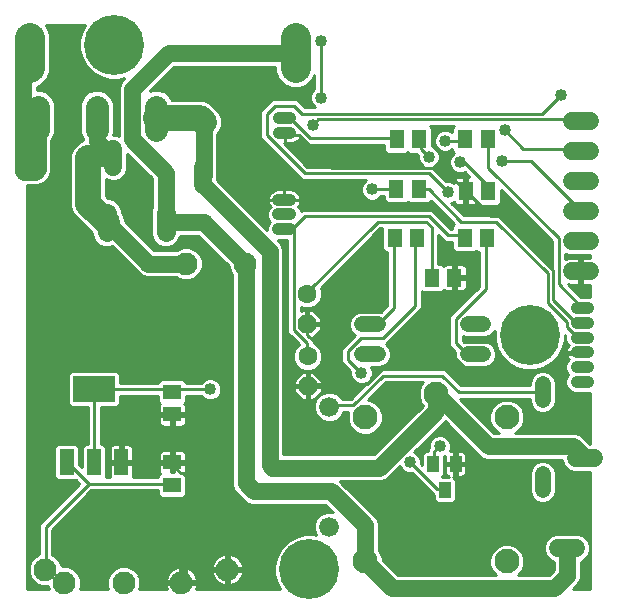
<source format=gbl>
G75*
%MOIN*%
%OFA0B0*%
%FSLAX25Y25*%
%IPPOS*%
%LPD*%
%AMOC8*
5,1,8,0,0,1.08239X$1,22.5*
%
%ADD10C,0.05200*%
%ADD11C,0.08268*%
%ADD12C,0.03969*%
%ADD13R,0.04799X0.08799*%
%ADD14R,0.14173X0.08661*%
%ADD15C,0.10000*%
%ADD16C,0.06000*%
%ADD17C,0.07600*%
%ADD18OC8,0.06300*%
%ADD19C,0.06300*%
%ADD20C,0.06496*%
%ADD21C,0.06600*%
%ADD22R,0.05118X0.06299*%
%ADD23R,0.05906X0.05118*%
%ADD24R,0.05118X0.05906*%
%ADD25R,0.03937X0.05512*%
%ADD26C,0.07800*%
%ADD27C,0.01000*%
%ADD28C,0.04000*%
%ADD29C,0.05600*%
%ADD30C,0.08600*%
%ADD31C,0.20000*%
%ADD32C,0.07000*%
D10*
X0119513Y0084208D02*
X0124713Y0084208D01*
X0124713Y0094208D02*
X0119513Y0094208D01*
X0154713Y0094208D02*
X0159913Y0094208D01*
X0159913Y0084208D02*
X0154713Y0084208D01*
X0179717Y0074285D02*
X0179717Y0069085D01*
X0179717Y0044285D02*
X0179717Y0039085D01*
D11*
X0167764Y0015201D03*
X0120520Y0015201D03*
X0120520Y0063232D03*
X0144142Y0071106D03*
X0167764Y0063232D03*
D12*
X0190969Y0075059D02*
X0194937Y0075059D01*
X0194937Y0079980D02*
X0190969Y0079980D01*
X0190969Y0084902D02*
X0194937Y0084902D01*
X0194937Y0089823D02*
X0190969Y0089823D01*
X0190969Y0094744D02*
X0194937Y0094744D01*
X0194937Y0099665D02*
X0190969Y0099665D01*
X0095583Y0125925D02*
X0091614Y0125925D01*
X0091614Y0130846D02*
X0095583Y0130846D01*
X0095583Y0135768D02*
X0091614Y0135768D01*
X0091657Y0158039D02*
X0095626Y0158039D01*
X0095626Y0162961D02*
X0091657Y0162961D01*
D13*
X0039248Y0048319D03*
X0030150Y0048319D03*
X0021051Y0048319D03*
D14*
X0030150Y0072720D03*
D15*
X0008700Y0179638D02*
X0008700Y0189638D01*
X0097300Y0189638D02*
X0097300Y0179638D01*
D16*
X0066591Y0146776D02*
X0066591Y0140776D01*
X0036591Y0146776D02*
X0036591Y0152776D01*
X0184799Y0019630D02*
X0190799Y0019630D01*
X0190799Y0049630D02*
X0196799Y0049630D01*
X0195335Y0111937D02*
X0189335Y0111937D01*
X0189335Y0121937D02*
X0195335Y0121937D01*
X0195335Y0131937D02*
X0189335Y0131937D01*
X0189335Y0141937D02*
X0195335Y0141937D01*
X0195335Y0151937D02*
X0189335Y0151937D01*
X0189335Y0161937D02*
X0195335Y0161937D01*
D17*
X0080524Y0114437D03*
X0060839Y0114437D03*
X0074563Y0012480D03*
X0059264Y0008138D03*
X0039972Y0008138D03*
X0020287Y0008138D03*
X0013933Y0012480D03*
D18*
X0101335Y0073543D03*
X0101228Y0094370D03*
D19*
X0101228Y0104370D03*
X0101335Y0083543D03*
D20*
X0054091Y0124980D02*
X0054091Y0131476D01*
X0034406Y0131476D02*
X0034406Y0124980D01*
D21*
X0108465Y0066736D03*
X0108465Y0026736D03*
D22*
X0130457Y0123150D03*
X0137937Y0123150D03*
X0153685Y0123134D03*
X0161165Y0123134D03*
X0161559Y0138654D03*
X0154079Y0138654D03*
X0138413Y0139441D03*
X0130933Y0139441D03*
X0130992Y0155898D03*
X0138472Y0155898D03*
X0153827Y0155961D03*
X0161307Y0155961D03*
D23*
X0056224Y0071705D03*
X0056224Y0064224D03*
X0056264Y0048224D03*
X0056264Y0040744D03*
D24*
X0142803Y0109789D03*
X0150283Y0109789D03*
D25*
X0150709Y0047689D03*
X0143228Y0047689D03*
X0146969Y0039028D03*
D26*
X0050818Y0159017D02*
X0050818Y0166817D01*
X0031118Y0166817D02*
X0031118Y0159017D01*
X0011418Y0159017D02*
X0011418Y0166817D01*
D27*
X0007665Y0140622D02*
X0007665Y0006000D01*
X0015220Y0006000D01*
X0014814Y0006980D01*
X0012839Y0006980D01*
X0010818Y0007818D01*
X0009270Y0009365D01*
X0008433Y0011386D01*
X0008433Y0013574D01*
X0009270Y0015596D01*
X0010818Y0017143D01*
X0011765Y0017536D01*
X0011765Y0027611D01*
X0025254Y0041100D01*
X0024135Y0042219D01*
X0017947Y0042219D01*
X0016952Y0043215D01*
X0016952Y0053423D01*
X0017947Y0054418D01*
X0024155Y0054418D01*
X0025151Y0053423D01*
X0025151Y0047426D01*
X0026050Y0046527D01*
X0026050Y0053423D01*
X0027046Y0054418D01*
X0027965Y0054418D01*
X0027965Y0066690D01*
X0022359Y0066690D01*
X0021363Y0067686D01*
X0021363Y0077755D01*
X0022359Y0078751D01*
X0037940Y0078751D01*
X0038936Y0077755D01*
X0038936Y0074800D01*
X0051572Y0074800D01*
X0051572Y0074968D01*
X0052567Y0075964D01*
X0059881Y0075964D01*
X0060877Y0074968D01*
X0060877Y0074800D01*
X0065833Y0074800D01*
X0066769Y0075737D01*
X0068129Y0076300D01*
X0069601Y0076300D01*
X0070961Y0075737D01*
X0072002Y0074696D01*
X0072565Y0073336D01*
X0072565Y0071864D01*
X0072002Y0070504D01*
X0070961Y0069463D01*
X0069601Y0068900D01*
X0068129Y0068900D01*
X0066769Y0069463D01*
X0065833Y0070400D01*
X0060877Y0070400D01*
X0060877Y0068441D01*
X0060259Y0067823D01*
X0060377Y0067704D01*
X0060575Y0067362D01*
X0060677Y0066981D01*
X0060677Y0064724D01*
X0056724Y0064724D01*
X0056724Y0063724D01*
X0056724Y0060165D01*
X0059375Y0060165D01*
X0059756Y0060268D01*
X0060098Y0060465D01*
X0060377Y0060744D01*
X0060575Y0061086D01*
X0060677Y0061468D01*
X0060677Y0063724D01*
X0056724Y0063724D01*
X0055724Y0063724D01*
X0055724Y0060165D01*
X0053074Y0060165D01*
X0052693Y0060268D01*
X0052351Y0060465D01*
X0052071Y0060744D01*
X0051874Y0061086D01*
X0051772Y0061468D01*
X0051772Y0063724D01*
X0055724Y0063724D01*
X0055724Y0064724D01*
X0051772Y0064724D01*
X0051772Y0066981D01*
X0051874Y0067362D01*
X0052071Y0067704D01*
X0052190Y0067823D01*
X0051572Y0068441D01*
X0051572Y0070400D01*
X0038936Y0070400D01*
X0038936Y0067686D01*
X0037940Y0066690D01*
X0032365Y0066690D01*
X0032365Y0054418D01*
X0033253Y0054418D01*
X0034249Y0053423D01*
X0034249Y0043300D01*
X0035474Y0043300D01*
X0035451Y0043340D01*
X0035348Y0043722D01*
X0035348Y0047819D01*
X0038748Y0047819D01*
X0038748Y0048819D01*
X0038748Y0054218D01*
X0036651Y0054218D01*
X0036269Y0054116D01*
X0035927Y0053919D01*
X0035648Y0053640D01*
X0035451Y0053297D01*
X0035348Y0052916D01*
X0035348Y0048819D01*
X0038748Y0048819D01*
X0039748Y0048819D01*
X0039748Y0054218D01*
X0041845Y0054218D01*
X0042227Y0054116D01*
X0042569Y0053919D01*
X0042848Y0053640D01*
X0043045Y0053297D01*
X0043148Y0052916D01*
X0043148Y0048819D01*
X0039748Y0048819D01*
X0039748Y0047819D01*
X0043148Y0047819D01*
X0043148Y0043722D01*
X0043045Y0043340D01*
X0043022Y0043300D01*
X0051611Y0043300D01*
X0051611Y0044007D01*
X0052229Y0044626D01*
X0052111Y0044744D01*
X0051913Y0045086D01*
X0051811Y0045468D01*
X0051811Y0047724D01*
X0055764Y0047724D01*
X0056764Y0047724D01*
X0056764Y0045003D01*
X0055764Y0045003D01*
X0055764Y0047724D01*
X0055764Y0048724D01*
X0051811Y0048724D01*
X0051811Y0050981D01*
X0051913Y0051362D01*
X0052111Y0051704D01*
X0052390Y0051984D01*
X0052732Y0052181D01*
X0053114Y0052283D01*
X0055764Y0052283D01*
X0055764Y0048724D01*
X0056764Y0048724D01*
X0060717Y0048724D01*
X0060717Y0050981D01*
X0060614Y0051362D01*
X0060417Y0051704D01*
X0060138Y0051984D01*
X0059796Y0052181D01*
X0059414Y0052283D01*
X0056764Y0052283D01*
X0056764Y0048724D01*
X0056764Y0047724D01*
X0060717Y0047724D01*
X0060717Y0045468D01*
X0060614Y0045086D01*
X0060417Y0044744D01*
X0060298Y0044626D01*
X0060917Y0044007D01*
X0060917Y0037481D01*
X0059921Y0036485D01*
X0052607Y0036485D01*
X0051611Y0037481D01*
X0051611Y0038900D01*
X0029277Y0038900D01*
X0016165Y0025789D01*
X0016165Y0017509D01*
X0017049Y0017143D01*
X0018596Y0015596D01*
X0019407Y0013638D01*
X0021381Y0013638D01*
X0023403Y0012800D01*
X0024950Y0011253D01*
X0025787Y0009232D01*
X0025787Y0007044D01*
X0025355Y0006000D01*
X0034905Y0006000D01*
X0034472Y0007044D01*
X0034472Y0009232D01*
X0035310Y0011253D01*
X0036857Y0012800D01*
X0038878Y0013638D01*
X0041066Y0013638D01*
X0043088Y0012800D01*
X0044635Y0011253D01*
X0045472Y0009232D01*
X0045472Y0007044D01*
X0045040Y0006000D01*
X0054405Y0006000D01*
X0054352Y0006103D01*
X0054094Y0006897D01*
X0053974Y0007654D01*
X0058779Y0007654D01*
X0058779Y0008622D01*
X0053974Y0008622D01*
X0054094Y0009379D01*
X0054352Y0010172D01*
X0054731Y0010916D01*
X0055221Y0011591D01*
X0055811Y0012180D01*
X0056486Y0012671D01*
X0057229Y0013049D01*
X0058023Y0013307D01*
X0058780Y0013427D01*
X0058780Y0008622D01*
X0059748Y0008622D01*
X0064553Y0008622D01*
X0064433Y0009379D01*
X0064175Y0010172D01*
X0063797Y0010916D01*
X0063306Y0011591D01*
X0062716Y0012180D01*
X0062042Y0012671D01*
X0061298Y0013049D01*
X0060505Y0013307D01*
X0059748Y0013427D01*
X0059748Y0008622D01*
X0059748Y0007654D01*
X0064553Y0007654D01*
X0064433Y0006897D01*
X0064175Y0006103D01*
X0064123Y0006000D01*
X0092213Y0006000D01*
X0091038Y0008035D01*
X0090241Y0011011D01*
X0090241Y0014092D01*
X0091038Y0017067D01*
X0092579Y0019735D01*
X0094757Y0021913D01*
X0097425Y0023454D01*
X0100401Y0024251D01*
X0103481Y0024251D01*
X0104157Y0024070D01*
X0103465Y0025742D01*
X0103465Y0027731D01*
X0104226Y0029568D01*
X0105632Y0030975D01*
X0107470Y0031736D01*
X0109459Y0031736D01*
X0109694Y0031639D01*
X0107246Y0034087D01*
X0082428Y0034087D01*
X0080774Y0034772D01*
X0078097Y0037449D01*
X0076831Y0038715D01*
X0076146Y0040369D01*
X0076146Y0111037D01*
X0075861Y0111322D01*
X0075024Y0113343D01*
X0075024Y0113573D01*
X0064868Y0123728D01*
X0058928Y0123728D01*
X0058285Y0122177D01*
X0056893Y0120786D01*
X0055075Y0120032D01*
X0053106Y0120032D01*
X0051288Y0120786D01*
X0049896Y0122177D01*
X0049143Y0123996D01*
X0049143Y0132461D01*
X0049591Y0133542D01*
X0049591Y0142845D01*
X0041291Y0151145D01*
X0041291Y0145841D01*
X0040575Y0144113D01*
X0039253Y0142791D01*
X0037525Y0142076D01*
X0035656Y0142076D01*
X0034205Y0142677D01*
X0034205Y0136914D01*
X0034695Y0136424D01*
X0035390Y0136424D01*
X0037208Y0135671D01*
X0038600Y0134279D01*
X0039354Y0132461D01*
X0039354Y0131766D01*
X0039492Y0131627D01*
X0040405Y0129422D01*
X0040405Y0128592D01*
X0050061Y0118937D01*
X0057560Y0118937D01*
X0057723Y0119100D01*
X0059745Y0119937D01*
X0061933Y0119937D01*
X0063954Y0119100D01*
X0065501Y0117552D01*
X0066339Y0115531D01*
X0066339Y0113343D01*
X0065501Y0111322D01*
X0063954Y0109774D01*
X0061933Y0108937D01*
X0059745Y0108937D01*
X0057723Y0109774D01*
X0057560Y0109937D01*
X0047302Y0109937D01*
X0045648Y0110622D01*
X0044382Y0111888D01*
X0035989Y0120281D01*
X0035390Y0120032D01*
X0033421Y0120032D01*
X0031603Y0120786D01*
X0030211Y0122177D01*
X0029457Y0123996D01*
X0029457Y0124691D01*
X0024806Y0129343D01*
X0023118Y0131030D01*
X0022205Y0133236D01*
X0022205Y0150882D01*
X0023118Y0153088D01*
X0024806Y0154776D01*
X0026618Y0155526D01*
X0026618Y0155598D01*
X0026371Y0155845D01*
X0025518Y0157903D01*
X0025518Y0167931D01*
X0026371Y0169989D01*
X0027946Y0171565D01*
X0030004Y0172417D01*
X0032232Y0172417D01*
X0034290Y0171565D01*
X0035866Y0169989D01*
X0036718Y0167931D01*
X0036718Y0157903D01*
X0036541Y0157476D01*
X0037525Y0157476D01*
X0038390Y0157118D01*
X0038390Y0173458D01*
X0039075Y0175112D01*
X0040184Y0176221D01*
X0038406Y0175745D01*
X0035326Y0175745D01*
X0032350Y0176542D01*
X0029682Y0178083D01*
X0027504Y0180261D01*
X0025963Y0182929D01*
X0025166Y0185905D01*
X0025166Y0188985D01*
X0025963Y0191961D01*
X0027054Y0193850D01*
X0013963Y0193850D01*
X0014380Y0193433D01*
X0015400Y0190971D01*
X0015400Y0178305D01*
X0014380Y0175843D01*
X0012495Y0173958D01*
X0011091Y0173376D01*
X0011091Y0172417D01*
X0012532Y0172417D01*
X0014590Y0171565D01*
X0016166Y0169989D01*
X0017018Y0167931D01*
X0017018Y0157903D01*
X0016166Y0155845D01*
X0015918Y0155598D01*
X0015918Y0145039D01*
X0015233Y0143385D01*
X0013967Y0142119D01*
X0013155Y0141307D01*
X0011501Y0140622D01*
X0007665Y0140622D01*
X0007665Y0140293D02*
X0022205Y0140293D01*
X0022205Y0139295D02*
X0007665Y0139295D01*
X0007665Y0138296D02*
X0022205Y0138296D01*
X0022205Y0137298D02*
X0007665Y0137298D01*
X0007665Y0136299D02*
X0022205Y0136299D01*
X0022205Y0135301D02*
X0007665Y0135301D01*
X0007665Y0134302D02*
X0022205Y0134302D01*
X0022205Y0133303D02*
X0007665Y0133303D01*
X0007665Y0132305D02*
X0022590Y0132305D01*
X0023004Y0131306D02*
X0007665Y0131306D01*
X0007665Y0130308D02*
X0023841Y0130308D01*
X0024839Y0129309D02*
X0007665Y0129309D01*
X0007665Y0128311D02*
X0025838Y0128311D01*
X0026836Y0127312D02*
X0007665Y0127312D01*
X0007665Y0126314D02*
X0027835Y0126314D01*
X0028833Y0125315D02*
X0007665Y0125315D01*
X0007665Y0124317D02*
X0029457Y0124317D01*
X0029738Y0123318D02*
X0007665Y0123318D01*
X0007665Y0122320D02*
X0030152Y0122320D01*
X0031067Y0121321D02*
X0007665Y0121321D01*
X0007665Y0120323D02*
X0032720Y0120323D01*
X0036946Y0119324D02*
X0007665Y0119324D01*
X0007665Y0118326D02*
X0037944Y0118326D01*
X0038943Y0117327D02*
X0007665Y0117327D01*
X0007665Y0116329D02*
X0039941Y0116329D01*
X0040940Y0115330D02*
X0007665Y0115330D01*
X0007665Y0114332D02*
X0041938Y0114332D01*
X0042937Y0113333D02*
X0007665Y0113333D01*
X0007665Y0112335D02*
X0043935Y0112335D01*
X0044934Y0111336D02*
X0007665Y0111336D01*
X0007665Y0110338D02*
X0046334Y0110338D01*
X0049673Y0119324D02*
X0058265Y0119324D01*
X0057429Y0121321D02*
X0067275Y0121321D01*
X0068274Y0120323D02*
X0055776Y0120323D01*
X0058344Y0122320D02*
X0066277Y0122320D01*
X0065278Y0123318D02*
X0058758Y0123318D01*
X0063412Y0119324D02*
X0069272Y0119324D01*
X0070271Y0118326D02*
X0064728Y0118326D01*
X0065595Y0117327D02*
X0071269Y0117327D01*
X0072268Y0116329D02*
X0066008Y0116329D01*
X0066339Y0115330D02*
X0073266Y0115330D01*
X0074265Y0114332D02*
X0066339Y0114332D01*
X0066335Y0113333D02*
X0075028Y0113333D01*
X0075441Y0112335D02*
X0065921Y0112335D01*
X0065507Y0111336D02*
X0075855Y0111336D01*
X0076146Y0110338D02*
X0064517Y0110338D01*
X0062904Y0109339D02*
X0076146Y0109339D01*
X0076146Y0108341D02*
X0007665Y0108341D01*
X0007665Y0109339D02*
X0058774Y0109339D01*
X0052405Y0120323D02*
X0048675Y0120323D01*
X0047676Y0121321D02*
X0050752Y0121321D01*
X0049837Y0122320D02*
X0046678Y0122320D01*
X0045679Y0123318D02*
X0049423Y0123318D01*
X0049143Y0124317D02*
X0044681Y0124317D01*
X0043682Y0125315D02*
X0049143Y0125315D01*
X0049143Y0126314D02*
X0042684Y0126314D01*
X0041685Y0127312D02*
X0049143Y0127312D01*
X0049143Y0128311D02*
X0040687Y0128311D01*
X0040405Y0129309D02*
X0049143Y0129309D01*
X0049143Y0130308D02*
X0040038Y0130308D01*
X0039625Y0131306D02*
X0049143Y0131306D01*
X0049143Y0132305D02*
X0039354Y0132305D01*
X0039004Y0133303D02*
X0049492Y0133303D01*
X0049591Y0134302D02*
X0038577Y0134302D01*
X0037579Y0135301D02*
X0049591Y0135301D01*
X0049591Y0136299D02*
X0035692Y0136299D01*
X0034205Y0137298D02*
X0049591Y0137298D01*
X0049591Y0138296D02*
X0034205Y0138296D01*
X0034205Y0139295D02*
X0049591Y0139295D01*
X0049591Y0140293D02*
X0034205Y0140293D01*
X0034205Y0141292D02*
X0049591Y0141292D01*
X0049591Y0142290D02*
X0038043Y0142290D01*
X0039750Y0143289D02*
X0049147Y0143289D01*
X0048148Y0144287D02*
X0040647Y0144287D01*
X0041061Y0145286D02*
X0047150Y0145286D01*
X0046151Y0146284D02*
X0041291Y0146284D01*
X0041291Y0147283D02*
X0045153Y0147283D01*
X0044154Y0148281D02*
X0041291Y0148281D01*
X0041291Y0149280D02*
X0043156Y0149280D01*
X0042157Y0150278D02*
X0041291Y0150278D01*
X0038390Y0157268D02*
X0038027Y0157268D01*
X0038390Y0158266D02*
X0036718Y0158266D01*
X0036718Y0159265D02*
X0038390Y0159265D01*
X0038390Y0160263D02*
X0036718Y0160263D01*
X0036718Y0161262D02*
X0038390Y0161262D01*
X0038390Y0162260D02*
X0036718Y0162260D01*
X0036718Y0163259D02*
X0038390Y0163259D01*
X0038390Y0164257D02*
X0036718Y0164257D01*
X0036718Y0165256D02*
X0038390Y0165256D01*
X0038390Y0166254D02*
X0036718Y0166254D01*
X0036718Y0167253D02*
X0038390Y0167253D01*
X0038390Y0168251D02*
X0036585Y0168251D01*
X0036172Y0169250D02*
X0038390Y0169250D01*
X0038390Y0170248D02*
X0035607Y0170248D01*
X0034608Y0171247D02*
X0038390Y0171247D01*
X0038390Y0172245D02*
X0032647Y0172245D01*
X0029589Y0172245D02*
X0012947Y0172245D01*
X0012780Y0174242D02*
X0038715Y0174242D01*
X0038390Y0173244D02*
X0011091Y0173244D01*
X0013778Y0175241D02*
X0039204Y0175241D01*
X0033480Y0176239D02*
X0014544Y0176239D01*
X0014958Y0177238D02*
X0031145Y0177238D01*
X0029528Y0178237D02*
X0015372Y0178237D01*
X0015400Y0179235D02*
X0028530Y0179235D01*
X0027531Y0180234D02*
X0015400Y0180234D01*
X0015400Y0181232D02*
X0026943Y0181232D01*
X0026367Y0182231D02*
X0015400Y0182231D01*
X0015400Y0183229D02*
X0025883Y0183229D01*
X0025615Y0184228D02*
X0015400Y0184228D01*
X0015400Y0185226D02*
X0025348Y0185226D01*
X0025166Y0186225D02*
X0015400Y0186225D01*
X0015400Y0187223D02*
X0025166Y0187223D01*
X0025166Y0188222D02*
X0015400Y0188222D01*
X0015400Y0189220D02*
X0025229Y0189220D01*
X0025497Y0190219D02*
X0015400Y0190219D01*
X0015298Y0191217D02*
X0025764Y0191217D01*
X0026111Y0192216D02*
X0014884Y0192216D01*
X0014471Y0193214D02*
X0026687Y0193214D01*
X0027628Y0171247D02*
X0014908Y0171247D01*
X0015907Y0170248D02*
X0026630Y0170248D01*
X0026064Y0169250D02*
X0016472Y0169250D01*
X0016885Y0168251D02*
X0025651Y0168251D01*
X0025518Y0167253D02*
X0017018Y0167253D01*
X0017018Y0166254D02*
X0025518Y0166254D01*
X0025518Y0165256D02*
X0017018Y0165256D01*
X0017018Y0164257D02*
X0025518Y0164257D01*
X0025518Y0163259D02*
X0017018Y0163259D01*
X0017018Y0162260D02*
X0025518Y0162260D01*
X0025518Y0161262D02*
X0017018Y0161262D01*
X0017018Y0160263D02*
X0025518Y0160263D01*
X0025518Y0159265D02*
X0017018Y0159265D01*
X0017018Y0158266D02*
X0025518Y0158266D01*
X0025781Y0157268D02*
X0016755Y0157268D01*
X0016341Y0156269D02*
X0026195Y0156269D01*
X0026002Y0155271D02*
X0015918Y0155271D01*
X0015918Y0154272D02*
X0024303Y0154272D01*
X0023304Y0153274D02*
X0015918Y0153274D01*
X0015918Y0152275D02*
X0022782Y0152275D01*
X0022368Y0151277D02*
X0015918Y0151277D01*
X0015918Y0150278D02*
X0022205Y0150278D01*
X0022205Y0149280D02*
X0015918Y0149280D01*
X0015918Y0148281D02*
X0022205Y0148281D01*
X0022205Y0147283D02*
X0015918Y0147283D01*
X0015918Y0146284D02*
X0022205Y0146284D01*
X0022205Y0145286D02*
X0015918Y0145286D01*
X0015607Y0144287D02*
X0022205Y0144287D01*
X0022205Y0143289D02*
X0015137Y0143289D01*
X0014138Y0142290D02*
X0022205Y0142290D01*
X0022205Y0141292D02*
X0013118Y0141292D01*
X0034205Y0142290D02*
X0035138Y0142290D01*
X0056010Y0168917D02*
X0055566Y0169989D01*
X0053990Y0171565D01*
X0051932Y0172417D01*
X0049704Y0172417D01*
X0048686Y0171996D01*
X0056829Y0180138D01*
X0090600Y0180138D01*
X0090600Y0178305D01*
X0091620Y0175843D01*
X0093505Y0173958D01*
X0095967Y0172938D01*
X0098633Y0172938D01*
X0101095Y0173958D01*
X0102980Y0175843D01*
X0103565Y0177256D01*
X0103565Y0172833D01*
X0102629Y0171896D01*
X0102065Y0170536D01*
X0102065Y0169064D01*
X0102629Y0167704D01*
X0103669Y0166663D01*
X0103822Y0166600D01*
X0100377Y0166600D01*
X0098965Y0168011D01*
X0097677Y0169300D01*
X0089554Y0169300D01*
X0088265Y0168011D01*
X0086854Y0166600D01*
X0085565Y0165311D01*
X0085565Y0156289D01*
X0098165Y0143689D01*
X0099454Y0142400D01*
X0120922Y0142400D01*
X0120769Y0142337D01*
X0119729Y0141296D01*
X0119165Y0139936D01*
X0119165Y0138464D01*
X0119729Y0137104D01*
X0120769Y0136063D01*
X0122129Y0135500D01*
X0123601Y0135500D01*
X0124961Y0136063D01*
X0125898Y0137000D01*
X0126674Y0137000D01*
X0126674Y0135587D01*
X0127670Y0134591D01*
X0134196Y0134591D01*
X0134673Y0135068D01*
X0135150Y0134591D01*
X0141677Y0134591D01*
X0142470Y0135384D01*
X0150146Y0127708D01*
X0149426Y0126988D01*
X0149426Y0126100D01*
X0148977Y0126100D01*
X0143965Y0131111D01*
X0142677Y0132400D01*
X0099454Y0132400D01*
X0099081Y0132027D01*
X0098706Y0132933D01*
X0098191Y0133448D01*
X0098289Y0133547D01*
X0098670Y0134117D01*
X0098933Y0134751D01*
X0099067Y0135425D01*
X0099067Y0135768D01*
X0099067Y0136111D01*
X0098933Y0136784D01*
X0098670Y0137418D01*
X0098289Y0137989D01*
X0097804Y0138474D01*
X0097233Y0138855D01*
X0096599Y0139118D01*
X0095926Y0139252D01*
X0093598Y0139252D01*
X0091271Y0139252D01*
X0090598Y0139118D01*
X0089964Y0138855D01*
X0089393Y0138474D01*
X0088908Y0137989D01*
X0088526Y0137418D01*
X0088264Y0136784D01*
X0088130Y0136111D01*
X0088130Y0135768D01*
X0093598Y0135768D01*
X0093598Y0135768D01*
X0093598Y0139252D01*
X0093598Y0135768D01*
X0093598Y0135768D01*
X0088130Y0135768D01*
X0088130Y0135425D01*
X0088264Y0134751D01*
X0088526Y0134117D01*
X0088908Y0133547D01*
X0089006Y0133448D01*
X0088491Y0132933D01*
X0087930Y0131579D01*
X0087930Y0130114D01*
X0088491Y0128759D01*
X0088864Y0128386D01*
X0088491Y0128012D01*
X0087930Y0126658D01*
X0087930Y0125658D01*
X0071291Y0142298D01*
X0071291Y0147710D01*
X0071248Y0147813D01*
X0071248Y0157712D01*
X0071835Y0158298D01*
X0072748Y0160503D01*
X0072748Y0162890D01*
X0071835Y0165096D01*
X0068926Y0168004D01*
X0066721Y0168917D01*
X0056010Y0168917D01*
X0055872Y0169250D02*
X0089504Y0169250D01*
X0088505Y0168251D02*
X0068329Y0168251D01*
X0069677Y0167253D02*
X0087507Y0167253D01*
X0086854Y0166600D02*
X0086854Y0166600D01*
X0086508Y0166254D02*
X0070676Y0166254D01*
X0071674Y0165256D02*
X0085565Y0165256D01*
X0085565Y0164257D02*
X0072182Y0164257D01*
X0072595Y0163259D02*
X0085565Y0163259D01*
X0085565Y0162260D02*
X0072748Y0162260D01*
X0072748Y0161262D02*
X0085565Y0161262D01*
X0085565Y0160263D02*
X0072649Y0160263D01*
X0072235Y0159265D02*
X0085565Y0159265D01*
X0085565Y0158266D02*
X0071803Y0158266D01*
X0071248Y0157268D02*
X0085565Y0157268D01*
X0085585Y0156269D02*
X0071248Y0156269D01*
X0071248Y0155271D02*
X0086583Y0155271D01*
X0087582Y0154272D02*
X0071248Y0154272D01*
X0071248Y0153274D02*
X0088580Y0153274D01*
X0089579Y0152275D02*
X0071248Y0152275D01*
X0071248Y0151277D02*
X0090577Y0151277D01*
X0091576Y0150278D02*
X0071248Y0150278D01*
X0071248Y0149280D02*
X0092574Y0149280D01*
X0093573Y0148281D02*
X0071248Y0148281D01*
X0071291Y0147283D02*
X0094571Y0147283D01*
X0095570Y0146284D02*
X0071291Y0146284D01*
X0071291Y0145286D02*
X0096568Y0145286D01*
X0097567Y0144287D02*
X0071291Y0144287D01*
X0071291Y0143289D02*
X0098565Y0143289D01*
X0100365Y0144600D02*
X0141765Y0144600D01*
X0148065Y0138300D01*
X0149279Y0134798D02*
X0150068Y0135125D01*
X0150122Y0134925D01*
X0150319Y0134583D01*
X0150599Y0134304D01*
X0150941Y0134106D01*
X0151322Y0134004D01*
X0153579Y0134004D01*
X0153579Y0138153D01*
X0154579Y0138153D01*
X0154579Y0134004D01*
X0156835Y0134004D01*
X0157217Y0134106D01*
X0157559Y0134304D01*
X0157677Y0134422D01*
X0158296Y0133804D01*
X0164822Y0133804D01*
X0165818Y0134800D01*
X0165818Y0139036D01*
X0182765Y0122089D01*
X0182765Y0113011D01*
X0182277Y0113500D01*
X0165177Y0130600D01*
X0163354Y0130600D01*
X0153477Y0130600D01*
X0149279Y0134798D01*
X0149775Y0134302D02*
X0150601Y0134302D01*
X0150773Y0133303D02*
X0171551Y0133303D01*
X0172549Y0132305D02*
X0151772Y0132305D01*
X0152770Y0131306D02*
X0173548Y0131306D01*
X0174546Y0130308D02*
X0165469Y0130308D01*
X0165165Y0130200D02*
X0183165Y0112200D01*
X0183165Y0102300D01*
X0190365Y0095100D01*
X0192165Y0095100D01*
X0192953Y0094744D01*
X0192953Y0099665D02*
X0192165Y0100500D01*
X0184965Y0107700D01*
X0184965Y0123000D01*
X0161565Y0146400D01*
X0161565Y0155400D01*
X0161307Y0155961D01*
X0166965Y0159000D02*
X0173265Y0152700D01*
X0192165Y0152700D01*
X0192335Y0151937D01*
X0192335Y0161937D02*
X0192165Y0162600D01*
X0104865Y0162600D01*
X0103065Y0160800D01*
X0102165Y0156300D02*
X0095865Y0162600D01*
X0094065Y0162600D01*
X0093642Y0162961D01*
X0093642Y0158039D02*
X0094065Y0157200D01*
X0098565Y0157200D01*
X0109365Y0146400D01*
X0146265Y0146400D01*
X0153465Y0139200D01*
X0154079Y0138654D01*
X0154365Y0138300D01*
X0162465Y0130200D01*
X0165165Y0130200D01*
X0166467Y0129309D02*
X0175545Y0129309D01*
X0176543Y0128311D02*
X0167466Y0128311D01*
X0168464Y0127312D02*
X0177542Y0127312D01*
X0178540Y0126314D02*
X0169463Y0126314D01*
X0170461Y0125315D02*
X0179539Y0125315D01*
X0180537Y0124317D02*
X0171460Y0124317D01*
X0172458Y0123318D02*
X0181536Y0123318D01*
X0182534Y0122320D02*
X0173457Y0122320D01*
X0174455Y0121321D02*
X0182765Y0121321D01*
X0182765Y0120323D02*
X0175454Y0120323D01*
X0176452Y0119324D02*
X0182765Y0119324D01*
X0182765Y0118326D02*
X0177451Y0118326D01*
X0178449Y0117327D02*
X0182765Y0117327D01*
X0182765Y0116329D02*
X0179448Y0116329D01*
X0180446Y0115330D02*
X0182765Y0115330D01*
X0182765Y0114332D02*
X0181445Y0114332D01*
X0182443Y0113333D02*
X0182765Y0113333D01*
X0181365Y0111300D02*
X0181365Y0101400D01*
X0187665Y0095100D01*
X0187665Y0093300D01*
X0190365Y0090600D01*
X0192165Y0090600D01*
X0192953Y0089823D01*
X0192953Y0084902D02*
X0192953Y0084902D01*
X0192165Y0084300D01*
X0185865Y0084300D01*
X0180465Y0078900D01*
X0154365Y0078900D01*
X0139965Y0093300D01*
X0149865Y0103200D01*
X0149865Y0109500D01*
X0150283Y0109789D01*
X0150784Y0109339D02*
X0158465Y0109339D01*
X0158465Y0108341D02*
X0154343Y0108341D01*
X0154343Y0109289D02*
X0150784Y0109289D01*
X0150784Y0110289D01*
X0154343Y0110289D01*
X0154343Y0112940D01*
X0154240Y0113321D01*
X0154043Y0113663D01*
X0153764Y0113942D01*
X0153421Y0114140D01*
X0153040Y0114242D01*
X0150783Y0114242D01*
X0150783Y0110289D01*
X0149783Y0110289D01*
X0149783Y0114242D01*
X0147527Y0114242D01*
X0147145Y0114140D01*
X0146803Y0113942D01*
X0146685Y0113824D01*
X0146066Y0114442D01*
X0144865Y0114442D01*
X0144865Y0123989D01*
X0147154Y0121700D01*
X0149426Y0121700D01*
X0149426Y0119280D01*
X0150422Y0118284D01*
X0156948Y0118284D01*
X0157425Y0118761D01*
X0157902Y0118284D01*
X0158465Y0118284D01*
X0158465Y0106811D01*
X0149854Y0098200D01*
X0148565Y0096911D01*
X0148565Y0086989D01*
X0150436Y0085118D01*
X0150413Y0085063D01*
X0150413Y0083352D01*
X0151067Y0081772D01*
X0152277Y0080562D01*
X0153857Y0079908D01*
X0160768Y0079908D01*
X0162348Y0080562D01*
X0163558Y0081772D01*
X0164213Y0083352D01*
X0164213Y0085063D01*
X0163558Y0086643D01*
X0162348Y0087853D01*
X0160768Y0088508D01*
X0153857Y0088508D01*
X0153441Y0088335D01*
X0152965Y0088811D01*
X0152965Y0090277D01*
X0153857Y0089908D01*
X0160768Y0089908D01*
X0162348Y0090562D01*
X0163558Y0091772D01*
X0163631Y0091948D01*
X0163631Y0089054D01*
X0164428Y0086078D01*
X0165968Y0083411D01*
X0168147Y0081232D01*
X0170815Y0079692D01*
X0173790Y0078894D01*
X0176871Y0078894D01*
X0179847Y0079692D01*
X0182515Y0081232D01*
X0184693Y0083411D01*
X0186233Y0086078D01*
X0187031Y0089054D01*
X0187031Y0090823D01*
X0187288Y0090566D01*
X0187284Y0090556D01*
X0187284Y0089090D01*
X0187845Y0087736D01*
X0188360Y0087221D01*
X0188262Y0087123D01*
X0187881Y0086552D01*
X0187618Y0085918D01*
X0187484Y0085245D01*
X0187484Y0084902D01*
X0192953Y0084902D01*
X0187484Y0084902D01*
X0187484Y0084558D01*
X0187618Y0083885D01*
X0187881Y0083251D01*
X0188262Y0082680D01*
X0188360Y0082582D01*
X0187845Y0082067D01*
X0187284Y0080713D01*
X0187284Y0079247D01*
X0187845Y0077893D01*
X0188219Y0077520D01*
X0187845Y0077146D01*
X0187284Y0075792D01*
X0187284Y0074326D01*
X0187845Y0072972D01*
X0188882Y0071936D01*
X0190236Y0071375D01*
X0195516Y0071375D01*
X0195516Y0054330D01*
X0195463Y0054330D01*
X0192431Y0057362D01*
X0190777Y0058047D01*
X0170491Y0058047D01*
X0171068Y0058287D01*
X0172709Y0059928D01*
X0173598Y0062072D01*
X0173598Y0064393D01*
X0172709Y0066537D01*
X0171068Y0068178D01*
X0168924Y0069066D01*
X0166603Y0069066D01*
X0164459Y0068178D01*
X0162818Y0066537D01*
X0161930Y0064393D01*
X0161930Y0062072D01*
X0162818Y0059928D01*
X0164459Y0058287D01*
X0165037Y0058047D01*
X0163565Y0058047D01*
X0152112Y0069500D01*
X0175417Y0069500D01*
X0175417Y0068230D01*
X0176071Y0066649D01*
X0177281Y0065440D01*
X0178861Y0064785D01*
X0180572Y0064785D01*
X0182152Y0065440D01*
X0183362Y0066649D01*
X0184017Y0068230D01*
X0184017Y0075140D01*
X0183362Y0076721D01*
X0182152Y0077930D01*
X0180572Y0078585D01*
X0178861Y0078585D01*
X0177281Y0077930D01*
X0176071Y0076721D01*
X0175417Y0075140D01*
X0175417Y0073900D01*
X0152577Y0073900D01*
X0148465Y0078011D01*
X0147177Y0079300D01*
X0125554Y0079300D01*
X0122574Y0076320D01*
X0122965Y0077264D01*
X0122965Y0078736D01*
X0122480Y0079908D01*
X0125568Y0079908D01*
X0127148Y0080562D01*
X0128358Y0081772D01*
X0129013Y0083352D01*
X0129013Y0085063D01*
X0128358Y0086643D01*
X0127439Y0087562D01*
X0138177Y0098300D01*
X0139465Y0099589D01*
X0139465Y0105211D01*
X0139540Y0105137D01*
X0146066Y0105137D01*
X0146685Y0105755D01*
X0146803Y0105636D01*
X0147145Y0105439D01*
X0147527Y0105337D01*
X0149783Y0105337D01*
X0149783Y0109289D01*
X0150783Y0109289D01*
X0150783Y0105337D01*
X0153040Y0105337D01*
X0153421Y0105439D01*
X0153764Y0105636D01*
X0154043Y0105916D01*
X0154240Y0106258D01*
X0154343Y0106639D01*
X0154343Y0109289D01*
X0154343Y0110338D02*
X0158465Y0110338D01*
X0158465Y0111336D02*
X0154343Y0111336D01*
X0154343Y0112335D02*
X0158465Y0112335D01*
X0158465Y0113333D02*
X0154233Y0113333D01*
X0150783Y0113333D02*
X0149783Y0113333D01*
X0149783Y0112335D02*
X0150783Y0112335D01*
X0150783Y0111336D02*
X0149783Y0111336D01*
X0149783Y0110338D02*
X0150783Y0110338D01*
X0150783Y0108341D02*
X0149783Y0108341D01*
X0149783Y0107342D02*
X0150783Y0107342D01*
X0150783Y0106344D02*
X0149783Y0106344D01*
X0149783Y0105345D02*
X0150783Y0105345D01*
X0153072Y0105345D02*
X0156999Y0105345D01*
X0156001Y0104347D02*
X0139465Y0104347D01*
X0139465Y0103348D02*
X0155002Y0103348D01*
X0154004Y0102350D02*
X0139465Y0102350D01*
X0139465Y0101351D02*
X0153005Y0101351D01*
X0152007Y0100353D02*
X0139465Y0100353D01*
X0139231Y0099354D02*
X0151008Y0099354D01*
X0150010Y0098356D02*
X0138232Y0098356D01*
X0137234Y0097357D02*
X0149011Y0097357D01*
X0148565Y0096359D02*
X0136235Y0096359D01*
X0135237Y0095360D02*
X0148565Y0095360D01*
X0148565Y0094362D02*
X0134238Y0094362D01*
X0133240Y0093363D02*
X0148565Y0093363D01*
X0148565Y0092365D02*
X0132241Y0092365D01*
X0131243Y0091366D02*
X0148565Y0091366D01*
X0148565Y0090368D02*
X0130244Y0090368D01*
X0129246Y0089369D02*
X0148565Y0089369D01*
X0148565Y0088370D02*
X0128247Y0088370D01*
X0127629Y0087372D02*
X0148565Y0087372D01*
X0149181Y0086373D02*
X0128470Y0086373D01*
X0128883Y0085375D02*
X0150179Y0085375D01*
X0150413Y0084376D02*
X0129013Y0084376D01*
X0129013Y0083378D02*
X0150413Y0083378D01*
X0150816Y0082379D02*
X0128610Y0082379D01*
X0127967Y0081381D02*
X0151458Y0081381D01*
X0152711Y0080382D02*
X0126714Y0080382D01*
X0124639Y0078385D02*
X0122965Y0078385D01*
X0122965Y0077387D02*
X0123641Y0077387D01*
X0122642Y0076388D02*
X0122603Y0076388D01*
X0120945Y0074691D02*
X0115654Y0069400D01*
X0112773Y0069400D01*
X0112703Y0069568D01*
X0111297Y0070975D01*
X0109459Y0071736D01*
X0107470Y0071736D01*
X0105632Y0070975D01*
X0104226Y0069568D01*
X0103465Y0067731D01*
X0103465Y0065742D01*
X0104226Y0063904D01*
X0105632Y0062497D01*
X0107470Y0061736D01*
X0109459Y0061736D01*
X0111297Y0062497D01*
X0112703Y0063904D01*
X0113157Y0065000D01*
X0114937Y0065000D01*
X0114686Y0064393D01*
X0114686Y0062072D01*
X0115574Y0059928D01*
X0117215Y0058287D01*
X0119359Y0057398D01*
X0121680Y0057398D01*
X0123824Y0058287D01*
X0125465Y0059928D01*
X0126354Y0062072D01*
X0126354Y0064393D01*
X0125465Y0066537D01*
X0123824Y0068178D01*
X0121680Y0069066D01*
X0121543Y0069066D01*
X0127377Y0074900D01*
X0139685Y0074900D01*
X0139196Y0074411D01*
X0138308Y0072267D01*
X0138308Y0069946D01*
X0139196Y0067802D01*
X0139642Y0067356D01*
X0139642Y0067175D01*
X0123349Y0050882D01*
X0093138Y0050882D01*
X0093138Y0119482D01*
X0092453Y0121136D01*
X0091347Y0122241D01*
X0094565Y0122241D01*
X0094565Y0091489D01*
X0095854Y0090200D01*
X0098493Y0087561D01*
X0097223Y0086291D01*
X0096485Y0084508D01*
X0096485Y0082579D01*
X0097223Y0080796D01*
X0098587Y0079432D01*
X0100370Y0078693D01*
X0102299Y0078693D01*
X0104082Y0079432D01*
X0105446Y0080796D01*
X0106185Y0082579D01*
X0106185Y0084508D01*
X0105446Y0086291D01*
X0104082Y0087655D01*
X0103465Y0087910D01*
X0103465Y0088811D01*
X0102557Y0089720D01*
X0103154Y0089720D01*
X0105878Y0092444D01*
X0105878Y0094070D01*
X0101528Y0094070D01*
X0101528Y0094670D01*
X0100928Y0094670D01*
X0100928Y0099020D01*
X0099302Y0099020D01*
X0098965Y0098683D01*
X0098965Y0100058D01*
X0100264Y0099520D01*
X0102193Y0099520D01*
X0103976Y0100258D01*
X0105340Y0101623D01*
X0106078Y0103405D01*
X0106078Y0105335D01*
X0105678Y0106301D01*
X0125577Y0126200D01*
X0126198Y0126200D01*
X0126198Y0119296D01*
X0127193Y0118300D01*
X0127865Y0118300D01*
X0127865Y0100511D01*
X0125776Y0098422D01*
X0125568Y0098508D01*
X0118657Y0098508D01*
X0117077Y0097853D01*
X0115867Y0096643D01*
X0115213Y0095063D01*
X0115213Y0093352D01*
X0115867Y0091772D01*
X0117047Y0090593D01*
X0112565Y0086111D01*
X0112565Y0081589D01*
X0113854Y0080300D01*
X0115565Y0078589D01*
X0115565Y0077264D01*
X0116129Y0075904D01*
X0117169Y0074863D01*
X0118529Y0074300D01*
X0120001Y0074300D01*
X0120945Y0074691D01*
X0121065Y0074400D02*
X0106665Y0074400D01*
X0106665Y0085200D01*
X0101265Y0090600D01*
X0101265Y0094200D01*
X0101228Y0094370D01*
X0101528Y0094362D02*
X0115213Y0094362D01*
X0115213Y0093363D02*
X0105878Y0093363D01*
X0105799Y0092365D02*
X0115622Y0092365D01*
X0116273Y0091366D02*
X0104800Y0091366D01*
X0103802Y0090368D02*
X0116822Y0090368D01*
X0115823Y0089369D02*
X0102908Y0089369D01*
X0103465Y0088370D02*
X0114825Y0088370D01*
X0113826Y0087372D02*
X0104365Y0087372D01*
X0105363Y0086373D02*
X0112828Y0086373D01*
X0112565Y0085375D02*
X0105826Y0085375D01*
X0106185Y0084376D02*
X0112565Y0084376D01*
X0112565Y0083378D02*
X0106185Y0083378D01*
X0106102Y0082379D02*
X0112565Y0082379D01*
X0112773Y0081381D02*
X0105689Y0081381D01*
X0105033Y0080382D02*
X0113772Y0080382D01*
X0114770Y0079384D02*
X0103967Y0079384D01*
X0103261Y0078193D02*
X0101635Y0078193D01*
X0101635Y0073843D01*
X0105985Y0073843D01*
X0105985Y0075469D01*
X0103261Y0078193D01*
X0104067Y0077387D02*
X0115565Y0077387D01*
X0115565Y0078385D02*
X0093138Y0078385D01*
X0093138Y0077387D02*
X0098602Y0077387D01*
X0099409Y0078193D02*
X0096685Y0075469D01*
X0096685Y0073843D01*
X0101035Y0073843D01*
X0101035Y0073243D01*
X0101635Y0073243D01*
X0101635Y0073843D01*
X0101035Y0073843D01*
X0101035Y0078193D01*
X0099409Y0078193D01*
X0098703Y0079384D02*
X0093138Y0079384D01*
X0093138Y0080382D02*
X0097637Y0080382D01*
X0096981Y0081381D02*
X0093138Y0081381D01*
X0093138Y0082379D02*
X0096567Y0082379D01*
X0096485Y0083378D02*
X0093138Y0083378D01*
X0093138Y0084376D02*
X0096485Y0084376D01*
X0096844Y0085375D02*
X0093138Y0085375D01*
X0093138Y0086373D02*
X0097306Y0086373D01*
X0098304Y0087372D02*
X0093138Y0087372D01*
X0093138Y0088370D02*
X0097684Y0088370D01*
X0096685Y0089369D02*
X0093138Y0089369D01*
X0093138Y0090368D02*
X0095687Y0090368D01*
X0094688Y0091366D02*
X0093138Y0091366D01*
X0093138Y0092365D02*
X0094565Y0092365D01*
X0094565Y0093363D02*
X0093138Y0093363D01*
X0093138Y0094362D02*
X0094565Y0094362D01*
X0094565Y0095360D02*
X0093138Y0095360D01*
X0093138Y0096359D02*
X0094565Y0096359D01*
X0094565Y0097357D02*
X0093138Y0097357D01*
X0093138Y0098356D02*
X0094565Y0098356D01*
X0094565Y0099354D02*
X0093138Y0099354D01*
X0093138Y0100353D02*
X0094565Y0100353D01*
X0094565Y0101351D02*
X0093138Y0101351D01*
X0093138Y0102350D02*
X0094565Y0102350D01*
X0094565Y0103348D02*
X0093138Y0103348D01*
X0093138Y0104347D02*
X0094565Y0104347D01*
X0094565Y0105345D02*
X0093138Y0105345D01*
X0093138Y0106344D02*
X0094565Y0106344D01*
X0094565Y0107342D02*
X0093138Y0107342D01*
X0093138Y0108341D02*
X0094565Y0108341D01*
X0094565Y0109339D02*
X0093138Y0109339D01*
X0093138Y0110338D02*
X0094565Y0110338D01*
X0094565Y0111336D02*
X0093138Y0111336D01*
X0093138Y0112335D02*
X0094565Y0112335D01*
X0094565Y0113333D02*
X0093138Y0113333D01*
X0093138Y0114332D02*
X0094565Y0114332D01*
X0094565Y0115330D02*
X0093138Y0115330D01*
X0093138Y0116329D02*
X0094565Y0116329D01*
X0094565Y0117327D02*
X0093138Y0117327D01*
X0093138Y0118326D02*
X0094565Y0118326D01*
X0094565Y0119324D02*
X0093138Y0119324D01*
X0092789Y0120323D02*
X0094565Y0120323D01*
X0094565Y0121321D02*
X0092267Y0121321D01*
X0093598Y0125925D02*
X0096765Y0126600D01*
X0096765Y0092400D01*
X0101265Y0087900D01*
X0101265Y0084300D01*
X0101335Y0083543D01*
X0101035Y0077387D02*
X0101635Y0077387D01*
X0101635Y0076388D02*
X0101035Y0076388D01*
X0101035Y0075390D02*
X0101635Y0075390D01*
X0101635Y0074391D02*
X0101035Y0074391D01*
X0101335Y0073543D02*
X0102165Y0074400D01*
X0106665Y0074400D01*
X0105985Y0074391D02*
X0118309Y0074391D01*
X0119647Y0073393D02*
X0101635Y0073393D01*
X0101635Y0073243D02*
X0105985Y0073243D01*
X0105985Y0071617D01*
X0103261Y0068893D01*
X0101635Y0068893D01*
X0101635Y0073243D01*
X0101035Y0073243D02*
X0101035Y0068893D01*
X0099409Y0068893D01*
X0096685Y0071617D01*
X0096685Y0073243D01*
X0101035Y0073243D01*
X0101035Y0073393D02*
X0093138Y0073393D01*
X0093138Y0074391D02*
X0096685Y0074391D01*
X0096685Y0075390D02*
X0093138Y0075390D01*
X0093138Y0076388D02*
X0097604Y0076388D01*
X0096685Y0072394D02*
X0093138Y0072394D01*
X0093138Y0071396D02*
X0096906Y0071396D01*
X0097905Y0070397D02*
X0093138Y0070397D01*
X0093138Y0069399D02*
X0098903Y0069399D01*
X0101035Y0069399D02*
X0101635Y0069399D01*
X0101635Y0070397D02*
X0101035Y0070397D01*
X0101035Y0071396D02*
X0101635Y0071396D01*
X0101635Y0072394D02*
X0101035Y0072394D01*
X0103766Y0069399D02*
X0104155Y0069399D01*
X0103742Y0068400D02*
X0093138Y0068400D01*
X0093138Y0067402D02*
X0103465Y0067402D01*
X0103465Y0066403D02*
X0093138Y0066403D01*
X0093138Y0065405D02*
X0103604Y0065405D01*
X0104018Y0064406D02*
X0093138Y0064406D01*
X0093138Y0063408D02*
X0104722Y0063408D01*
X0105845Y0062409D02*
X0093138Y0062409D01*
X0093138Y0061411D02*
X0114960Y0061411D01*
X0114686Y0062409D02*
X0111084Y0062409D01*
X0112207Y0063408D02*
X0114686Y0063408D01*
X0114691Y0064406D02*
X0112911Y0064406D01*
X0116565Y0067200D02*
X0108465Y0067200D01*
X0108465Y0066736D01*
X0111875Y0070397D02*
X0116651Y0070397D01*
X0117650Y0071396D02*
X0110281Y0071396D01*
X0106648Y0071396D02*
X0105763Y0071396D01*
X0105985Y0072394D02*
X0118648Y0072394D01*
X0120222Y0074391D02*
X0120645Y0074391D01*
X0121065Y0074400D02*
X0139965Y0093300D01*
X0137265Y0100500D02*
X0137265Y0123000D01*
X0137937Y0123150D01*
X0142665Y0126600D02*
X0140865Y0128400D01*
X0124665Y0128400D01*
X0101265Y0105000D01*
X0101228Y0104370D01*
X0105641Y0102350D02*
X0127865Y0102350D01*
X0127865Y0103348D02*
X0106055Y0103348D01*
X0106078Y0104347D02*
X0127865Y0104347D01*
X0127865Y0105345D02*
X0106074Y0105345D01*
X0105720Y0106344D02*
X0127865Y0106344D01*
X0127865Y0107342D02*
X0106719Y0107342D01*
X0107717Y0108341D02*
X0127865Y0108341D01*
X0127865Y0109339D02*
X0108716Y0109339D01*
X0109714Y0110338D02*
X0127865Y0110338D01*
X0127865Y0111336D02*
X0110713Y0111336D01*
X0111711Y0112335D02*
X0127865Y0112335D01*
X0127865Y0113333D02*
X0112710Y0113333D01*
X0113708Y0114332D02*
X0127865Y0114332D01*
X0127865Y0115330D02*
X0114707Y0115330D01*
X0115705Y0116329D02*
X0127865Y0116329D01*
X0127865Y0117327D02*
X0116704Y0117327D01*
X0117702Y0118326D02*
X0127168Y0118326D01*
X0126198Y0119324D02*
X0118701Y0119324D01*
X0119699Y0120323D02*
X0126198Y0120323D01*
X0126198Y0121321D02*
X0120698Y0121321D01*
X0121696Y0122320D02*
X0126198Y0122320D01*
X0126198Y0123318D02*
X0122695Y0123318D01*
X0123694Y0124317D02*
X0126198Y0124317D01*
X0126198Y0125315D02*
X0124692Y0125315D01*
X0130065Y0123000D02*
X0130457Y0123150D01*
X0130065Y0123000D02*
X0130065Y0099600D01*
X0125565Y0095100D01*
X0124713Y0094208D01*
X0126465Y0089700D02*
X0119265Y0089700D01*
X0114765Y0085200D01*
X0114765Y0082500D01*
X0119265Y0078000D01*
X0116643Y0075390D02*
X0105985Y0075390D01*
X0105066Y0076388D02*
X0115928Y0076388D01*
X0122697Y0079384D02*
X0171964Y0079384D01*
X0169619Y0080382D02*
X0161914Y0080382D01*
X0163167Y0081381D02*
X0167998Y0081381D01*
X0166999Y0082379D02*
X0163810Y0082379D01*
X0164213Y0083378D02*
X0166001Y0083378D01*
X0165411Y0084376D02*
X0164213Y0084376D01*
X0164083Y0085375D02*
X0164834Y0085375D01*
X0164349Y0086373D02*
X0163670Y0086373D01*
X0164081Y0087372D02*
X0162829Y0087372D01*
X0163814Y0088370D02*
X0161099Y0088370D01*
X0161878Y0090368D02*
X0163631Y0090368D01*
X0163631Y0091366D02*
X0163152Y0091366D01*
X0163631Y0089369D02*
X0152965Y0089369D01*
X0153406Y0088370D02*
X0153526Y0088370D01*
X0150765Y0087900D02*
X0154365Y0084300D01*
X0154713Y0084208D01*
X0150765Y0087900D02*
X0150765Y0096000D01*
X0160665Y0105900D01*
X0160665Y0123000D01*
X0161165Y0123134D01*
X0164265Y0128400D02*
X0181365Y0111300D01*
X0187165Y0115882D02*
X0187165Y0117748D01*
X0188400Y0117237D01*
X0195516Y0117237D01*
X0195516Y0116437D01*
X0192835Y0116437D01*
X0192835Y0112437D01*
X0191835Y0112437D01*
X0191835Y0116437D01*
X0188980Y0116437D01*
X0188281Y0116326D01*
X0187607Y0116107D01*
X0187165Y0115882D01*
X0187165Y0116329D02*
X0188297Y0116329D01*
X0188182Y0117327D02*
X0187165Y0117327D01*
X0191835Y0116329D02*
X0192835Y0116329D01*
X0192835Y0115330D02*
X0191835Y0115330D01*
X0191835Y0114332D02*
X0192835Y0114332D01*
X0192835Y0113333D02*
X0191835Y0113333D01*
X0191835Y0111437D02*
X0192835Y0111437D01*
X0192835Y0107437D01*
X0195516Y0107437D01*
X0195516Y0103350D01*
X0192427Y0103350D01*
X0188204Y0107573D01*
X0188281Y0107548D01*
X0188980Y0107437D01*
X0191835Y0107437D01*
X0191835Y0111437D01*
X0191835Y0111336D02*
X0192835Y0111336D01*
X0192835Y0110338D02*
X0191835Y0110338D01*
X0191835Y0109339D02*
X0192835Y0109339D01*
X0192835Y0108341D02*
X0191835Y0108341D01*
X0189433Y0106344D02*
X0195516Y0106344D01*
X0195516Y0107342D02*
X0188434Y0107342D01*
X0190431Y0105345D02*
X0195516Y0105345D01*
X0195516Y0104347D02*
X0191430Y0104347D01*
X0187284Y0090368D02*
X0187031Y0090368D01*
X0187031Y0089369D02*
X0187284Y0089369D01*
X0187582Y0088370D02*
X0186848Y0088370D01*
X0186580Y0087372D02*
X0188209Y0087372D01*
X0187807Y0086373D02*
X0186312Y0086373D01*
X0185827Y0085375D02*
X0187510Y0085375D01*
X0187520Y0084376D02*
X0185251Y0084376D01*
X0184660Y0083378D02*
X0187828Y0083378D01*
X0188157Y0082379D02*
X0183662Y0082379D01*
X0182663Y0081381D02*
X0187561Y0081381D01*
X0187284Y0080382D02*
X0181043Y0080382D01*
X0181054Y0078385D02*
X0187641Y0078385D01*
X0187284Y0079384D02*
X0178697Y0079384D01*
X0178379Y0078385D02*
X0148091Y0078385D01*
X0149090Y0077387D02*
X0176737Y0077387D01*
X0175933Y0076388D02*
X0150088Y0076388D01*
X0151087Y0075390D02*
X0175520Y0075390D01*
X0175417Y0074391D02*
X0152085Y0074391D01*
X0151665Y0071700D02*
X0146265Y0077100D01*
X0126465Y0077100D01*
X0116565Y0067200D01*
X0121875Y0069399D02*
X0138534Y0069399D01*
X0138308Y0070397D02*
X0122874Y0070397D01*
X0123872Y0071396D02*
X0138308Y0071396D01*
X0138361Y0072394D02*
X0124871Y0072394D01*
X0125869Y0073393D02*
X0138774Y0073393D01*
X0139188Y0074391D02*
X0126868Y0074391D01*
X0123288Y0068400D02*
X0138948Y0068400D01*
X0139596Y0067402D02*
X0124601Y0067402D01*
X0125521Y0066403D02*
X0138870Y0066403D01*
X0137871Y0065405D02*
X0125934Y0065405D01*
X0126348Y0064406D02*
X0136873Y0064406D01*
X0135874Y0063408D02*
X0126354Y0063408D01*
X0126354Y0062409D02*
X0134876Y0062409D01*
X0133877Y0061411D02*
X0126080Y0061411D01*
X0125666Y0060412D02*
X0132879Y0060412D01*
X0131880Y0059414D02*
X0124951Y0059414D01*
X0123953Y0058415D02*
X0130882Y0058415D01*
X0129883Y0057417D02*
X0121724Y0057417D01*
X0119315Y0057417D02*
X0093138Y0057417D01*
X0093138Y0058415D02*
X0117086Y0058415D01*
X0116088Y0059414D02*
X0093138Y0059414D01*
X0093138Y0060412D02*
X0115373Y0060412D01*
X0123892Y0051426D02*
X0093138Y0051426D01*
X0093138Y0052424D02*
X0124891Y0052424D01*
X0125889Y0053423D02*
X0093138Y0053423D01*
X0093138Y0054421D02*
X0126888Y0054421D01*
X0127886Y0055420D02*
X0093138Y0055420D01*
X0093138Y0056418D02*
X0128885Y0056418D01*
X0136904Y0051709D02*
X0146691Y0061496D01*
X0147039Y0061845D01*
X0157886Y0050998D01*
X0159152Y0049732D01*
X0160806Y0049047D01*
X0186099Y0049047D01*
X0186099Y0048695D01*
X0186815Y0046968D01*
X0188137Y0045645D01*
X0189864Y0044930D01*
X0195516Y0044930D01*
X0195516Y0006000D01*
X0189699Y0006000D01*
X0190348Y0006650D01*
X0191614Y0007916D01*
X0192299Y0009569D01*
X0192299Y0015164D01*
X0193462Y0015645D01*
X0194784Y0016968D01*
X0195499Y0018695D01*
X0195499Y0020565D01*
X0194784Y0022292D01*
X0193462Y0023614D01*
X0191734Y0024330D01*
X0183864Y0024330D01*
X0182137Y0023614D01*
X0180815Y0022292D01*
X0180099Y0020565D01*
X0180099Y0018695D01*
X0180815Y0016968D01*
X0182137Y0015645D01*
X0183299Y0015164D01*
X0183299Y0012329D01*
X0181695Y0010724D01*
X0171538Y0010724D01*
X0172709Y0011896D01*
X0173598Y0014040D01*
X0173598Y0016361D01*
X0172709Y0018505D01*
X0171068Y0020146D01*
X0168924Y0021035D01*
X0166603Y0021035D01*
X0164459Y0020146D01*
X0162818Y0018505D01*
X0161930Y0016361D01*
X0161930Y0014040D01*
X0162818Y0011896D01*
X0163990Y0010724D01*
X0131360Y0010724D01*
X0126354Y0015731D01*
X0126354Y0016361D01*
X0125465Y0018505D01*
X0125020Y0018951D01*
X0125020Y0028072D01*
X0124335Y0029726D01*
X0112925Y0041136D01*
X0112179Y0041882D01*
X0126108Y0041882D01*
X0127762Y0042567D01*
X0132056Y0046862D01*
X0132329Y0046204D01*
X0133369Y0045163D01*
X0134729Y0044600D01*
X0136054Y0044600D01*
X0143300Y0037354D01*
X0143300Y0035567D01*
X0144296Y0034572D01*
X0149641Y0034572D01*
X0150637Y0035567D01*
X0150637Y0042488D01*
X0149692Y0043433D01*
X0150224Y0043433D01*
X0150224Y0047205D01*
X0147240Y0047205D01*
X0147240Y0044736D01*
X0147342Y0044354D01*
X0147540Y0044012D01*
X0147819Y0043733D01*
X0148161Y0043535D01*
X0148355Y0043483D01*
X0146151Y0043483D01*
X0146897Y0044229D01*
X0146897Y0050330D01*
X0147240Y0050472D01*
X0147240Y0048173D01*
X0150224Y0048173D01*
X0150224Y0047205D01*
X0151193Y0047205D01*
X0151193Y0048173D01*
X0154177Y0048173D01*
X0154177Y0050642D01*
X0154075Y0051024D01*
X0153877Y0051366D01*
X0153598Y0051645D01*
X0153256Y0051843D01*
X0152875Y0051945D01*
X0151193Y0051945D01*
X0151193Y0048173D01*
X0150224Y0048173D01*
X0150224Y0051945D01*
X0148643Y0051945D01*
X0149065Y0052964D01*
X0149065Y0054436D01*
X0148502Y0055796D01*
X0147461Y0056837D01*
X0146101Y0057400D01*
X0144629Y0057400D01*
X0143269Y0056837D01*
X0142229Y0055796D01*
X0141665Y0054436D01*
X0141665Y0053111D01*
X0141365Y0052811D01*
X0141365Y0052145D01*
X0140556Y0052145D01*
X0139560Y0051149D01*
X0139560Y0047317D01*
X0139165Y0047711D01*
X0139165Y0049036D01*
X0138602Y0050396D01*
X0137561Y0051437D01*
X0136904Y0051709D01*
X0137572Y0051426D02*
X0139836Y0051426D01*
X0139560Y0050427D02*
X0138571Y0050427D01*
X0139003Y0049429D02*
X0139560Y0049429D01*
X0139560Y0048430D02*
X0139165Y0048430D01*
X0139445Y0047432D02*
X0139560Y0047432D01*
X0135465Y0048300D02*
X0144465Y0039300D01*
X0146265Y0039300D01*
X0146969Y0039028D01*
X0150637Y0039443D02*
X0175417Y0039443D01*
X0175417Y0038445D02*
X0150637Y0038445D01*
X0150637Y0037446D02*
X0175741Y0037446D01*
X0175417Y0038230D02*
X0176071Y0036649D01*
X0177281Y0035440D01*
X0178861Y0034785D01*
X0180572Y0034785D01*
X0182152Y0035440D01*
X0183362Y0036649D01*
X0184017Y0038230D01*
X0184017Y0045140D01*
X0183362Y0046721D01*
X0182152Y0047930D01*
X0180572Y0048585D01*
X0178861Y0048585D01*
X0177281Y0047930D01*
X0176071Y0046721D01*
X0175417Y0045140D01*
X0175417Y0038230D01*
X0176273Y0036448D02*
X0150637Y0036448D01*
X0150519Y0035449D02*
X0177271Y0035449D01*
X0182162Y0035449D02*
X0195516Y0035449D01*
X0195516Y0034451D02*
X0119610Y0034451D01*
X0118611Y0035449D02*
X0143418Y0035449D01*
X0143300Y0036448D02*
X0117613Y0036448D01*
X0116614Y0037446D02*
X0143208Y0037446D01*
X0142209Y0038445D02*
X0115616Y0038445D01*
X0114617Y0039443D02*
X0141211Y0039443D01*
X0140212Y0040442D02*
X0113619Y0040442D01*
X0112620Y0041440D02*
X0139214Y0041440D01*
X0138215Y0042439D02*
X0127453Y0042439D01*
X0128632Y0043437D02*
X0137217Y0043437D01*
X0136218Y0044436D02*
X0129631Y0044436D01*
X0130629Y0045434D02*
X0133098Y0045434D01*
X0132234Y0046433D02*
X0131628Y0046433D01*
X0137619Y0052424D02*
X0141365Y0052424D01*
X0141665Y0053423D02*
X0138617Y0053423D01*
X0139616Y0054421D02*
X0141665Y0054421D01*
X0142073Y0055420D02*
X0140614Y0055420D01*
X0141613Y0056418D02*
X0142851Y0056418D01*
X0142611Y0057417D02*
X0151467Y0057417D01*
X0150469Y0058415D02*
X0143610Y0058415D01*
X0144608Y0059414D02*
X0149470Y0059414D01*
X0148472Y0060412D02*
X0145607Y0060412D01*
X0146605Y0061411D02*
X0147473Y0061411D01*
X0147880Y0056418D02*
X0152466Y0056418D01*
X0153464Y0055420D02*
X0148658Y0055420D01*
X0149065Y0054421D02*
X0154463Y0054421D01*
X0155461Y0053423D02*
X0149065Y0053423D01*
X0148842Y0052424D02*
X0156460Y0052424D01*
X0157458Y0051426D02*
X0153818Y0051426D01*
X0154177Y0050427D02*
X0158457Y0050427D01*
X0159885Y0049429D02*
X0154177Y0049429D01*
X0154177Y0048430D02*
X0178487Y0048430D01*
X0176782Y0047432D02*
X0151193Y0047432D01*
X0151193Y0047205D02*
X0154177Y0047205D01*
X0154177Y0044736D01*
X0154075Y0044354D01*
X0153877Y0044012D01*
X0153598Y0043733D01*
X0153256Y0043535D01*
X0152875Y0043433D01*
X0151193Y0043433D01*
X0151193Y0047205D01*
X0150709Y0047689D02*
X0150765Y0048300D01*
X0150765Y0053700D01*
X0151193Y0051426D02*
X0150224Y0051426D01*
X0150224Y0050427D02*
X0151193Y0050427D01*
X0151193Y0049429D02*
X0150224Y0049429D01*
X0150224Y0048430D02*
X0151193Y0048430D01*
X0150224Y0047432D02*
X0146897Y0047432D01*
X0146897Y0048430D02*
X0147240Y0048430D01*
X0147240Y0049429D02*
X0146897Y0049429D01*
X0147132Y0050427D02*
X0147240Y0050427D01*
X0145365Y0053700D02*
X0143565Y0051900D01*
X0143565Y0048300D01*
X0143228Y0047689D01*
X0146897Y0046433D02*
X0147240Y0046433D01*
X0147240Y0045434D02*
X0146897Y0045434D01*
X0146897Y0044436D02*
X0147320Y0044436D01*
X0150224Y0044436D02*
X0151193Y0044436D01*
X0151193Y0045434D02*
X0150224Y0045434D01*
X0150224Y0046433D02*
X0151193Y0046433D01*
X0154177Y0046433D02*
X0175952Y0046433D01*
X0175538Y0045434D02*
X0154177Y0045434D01*
X0154097Y0044436D02*
X0175417Y0044436D01*
X0175417Y0043437D02*
X0152891Y0043437D01*
X0151193Y0043437D02*
X0150224Y0043437D01*
X0150637Y0042439D02*
X0175417Y0042439D01*
X0175417Y0041440D02*
X0150637Y0041440D01*
X0150637Y0040442D02*
X0175417Y0040442D01*
X0184017Y0040442D02*
X0195516Y0040442D01*
X0195516Y0041440D02*
X0184017Y0041440D01*
X0184017Y0042439D02*
X0195516Y0042439D01*
X0195516Y0043437D02*
X0184017Y0043437D01*
X0184017Y0044436D02*
X0195516Y0044436D01*
X0195516Y0039443D02*
X0184017Y0039443D01*
X0184017Y0038445D02*
X0195516Y0038445D01*
X0195516Y0037446D02*
X0183692Y0037446D01*
X0183161Y0036448D02*
X0195516Y0036448D01*
X0195516Y0033452D02*
X0120608Y0033452D01*
X0121607Y0032454D02*
X0195516Y0032454D01*
X0195516Y0031455D02*
X0122605Y0031455D01*
X0123604Y0030457D02*
X0195516Y0030457D01*
X0195516Y0029458D02*
X0124446Y0029458D01*
X0124859Y0028460D02*
X0195516Y0028460D01*
X0195516Y0027461D02*
X0125020Y0027461D01*
X0125020Y0026463D02*
X0195516Y0026463D01*
X0195516Y0025464D02*
X0125020Y0025464D01*
X0125020Y0024466D02*
X0195516Y0024466D01*
X0195516Y0023467D02*
X0193609Y0023467D01*
X0194607Y0022469D02*
X0195516Y0022469D01*
X0195516Y0021470D02*
X0195124Y0021470D01*
X0195499Y0020472D02*
X0195516Y0020472D01*
X0195499Y0019473D02*
X0195516Y0019473D01*
X0195516Y0018475D02*
X0195408Y0018475D01*
X0195516Y0017476D02*
X0194994Y0017476D01*
X0195516Y0016478D02*
X0194294Y0016478D01*
X0195516Y0015479D02*
X0193060Y0015479D01*
X0192299Y0014481D02*
X0195516Y0014481D01*
X0195516Y0013482D02*
X0192299Y0013482D01*
X0192299Y0012484D02*
X0195516Y0012484D01*
X0195516Y0011485D02*
X0192299Y0011485D01*
X0192299Y0010487D02*
X0195516Y0010487D01*
X0195516Y0009488D02*
X0192265Y0009488D01*
X0191852Y0008490D02*
X0195516Y0008490D01*
X0195516Y0007491D02*
X0191190Y0007491D01*
X0190191Y0006493D02*
X0195516Y0006493D01*
X0183299Y0012484D02*
X0172953Y0012484D01*
X0173366Y0013482D02*
X0183299Y0013482D01*
X0183299Y0014481D02*
X0173598Y0014481D01*
X0173598Y0015479D02*
X0182538Y0015479D01*
X0181305Y0016478D02*
X0173549Y0016478D01*
X0173136Y0017476D02*
X0180604Y0017476D01*
X0180190Y0018475D02*
X0172722Y0018475D01*
X0171742Y0019473D02*
X0180099Y0019473D01*
X0180099Y0020472D02*
X0170283Y0020472D01*
X0165244Y0020472D02*
X0125020Y0020472D01*
X0125020Y0021470D02*
X0180474Y0021470D01*
X0180991Y0022469D02*
X0125020Y0022469D01*
X0125020Y0023467D02*
X0181990Y0023467D01*
X0182456Y0011485D02*
X0172298Y0011485D01*
X0163229Y0011485D02*
X0130599Y0011485D01*
X0129601Y0012484D02*
X0162575Y0012484D01*
X0162161Y0013482D02*
X0128602Y0013482D01*
X0127604Y0014481D02*
X0161930Y0014481D01*
X0161930Y0015479D02*
X0126605Y0015479D01*
X0126305Y0016478D02*
X0161978Y0016478D01*
X0162392Y0017476D02*
X0125892Y0017476D01*
X0125478Y0018475D02*
X0162805Y0018475D01*
X0163786Y0019473D02*
X0125020Y0019473D01*
X0108879Y0032454D02*
X0022830Y0032454D01*
X0021832Y0031455D02*
X0106792Y0031455D01*
X0105114Y0030457D02*
X0020833Y0030457D01*
X0019835Y0029458D02*
X0104180Y0029458D01*
X0103767Y0028460D02*
X0018836Y0028460D01*
X0017838Y0027461D02*
X0103465Y0027461D01*
X0103465Y0026463D02*
X0016839Y0026463D01*
X0016165Y0025464D02*
X0103579Y0025464D01*
X0103993Y0024466D02*
X0016165Y0024466D01*
X0016165Y0023467D02*
X0097475Y0023467D01*
X0095719Y0022469D02*
X0016165Y0022469D01*
X0016165Y0021470D02*
X0094314Y0021470D01*
X0093315Y0020472D02*
X0016165Y0020472D01*
X0016165Y0019473D02*
X0092427Y0019473D01*
X0091851Y0018475D02*
X0016165Y0018475D01*
X0016244Y0017476D02*
X0072788Y0017476D01*
X0072528Y0017392D02*
X0071785Y0017013D01*
X0071110Y0016523D01*
X0070520Y0015933D01*
X0070030Y0015258D01*
X0069651Y0014515D01*
X0069393Y0013721D01*
X0069276Y0012980D01*
X0074063Y0012980D01*
X0074063Y0011980D01*
X0075063Y0011980D01*
X0075063Y0007193D01*
X0075804Y0007311D01*
X0076597Y0007569D01*
X0077341Y0007947D01*
X0078016Y0008438D01*
X0078606Y0009028D01*
X0079096Y0009702D01*
X0079475Y0010446D01*
X0079732Y0011239D01*
X0079850Y0011980D01*
X0075063Y0011980D01*
X0075063Y0012980D01*
X0079850Y0012980D01*
X0079732Y0013721D01*
X0079475Y0014515D01*
X0079096Y0015258D01*
X0078606Y0015933D01*
X0078016Y0016523D01*
X0077341Y0017013D01*
X0076597Y0017392D01*
X0075804Y0017650D01*
X0075063Y0017767D01*
X0075063Y0012980D01*
X0074063Y0012980D01*
X0074063Y0017767D01*
X0073322Y0017650D01*
X0072528Y0017392D01*
X0074063Y0017476D02*
X0075063Y0017476D01*
X0075063Y0016478D02*
X0074063Y0016478D01*
X0074063Y0015479D02*
X0075063Y0015479D01*
X0075063Y0014481D02*
X0074063Y0014481D01*
X0074063Y0013482D02*
X0075063Y0013482D01*
X0075063Y0012484D02*
X0090241Y0012484D01*
X0090241Y0013482D02*
X0079770Y0013482D01*
X0079486Y0014481D02*
X0090345Y0014481D01*
X0090613Y0015479D02*
X0078935Y0015479D01*
X0078061Y0016478D02*
X0090880Y0016478D01*
X0091274Y0017476D02*
X0076338Y0017476D01*
X0074063Y0012484D02*
X0062299Y0012484D01*
X0063383Y0011485D02*
X0069355Y0011485D01*
X0069393Y0011239D02*
X0069651Y0010446D01*
X0070030Y0009702D01*
X0070520Y0009028D01*
X0071110Y0008438D01*
X0071785Y0007947D01*
X0072528Y0007569D01*
X0073322Y0007311D01*
X0074063Y0007193D01*
X0074063Y0011980D01*
X0069276Y0011980D01*
X0069393Y0011239D01*
X0069638Y0010487D02*
X0064015Y0010487D01*
X0064398Y0009488D02*
X0070186Y0009488D01*
X0071058Y0008490D02*
X0059748Y0008490D01*
X0059865Y0008700D02*
X0059264Y0008138D01*
X0058779Y0008490D02*
X0045472Y0008490D01*
X0045472Y0007491D02*
X0054000Y0007491D01*
X0054226Y0006493D02*
X0045244Y0006493D01*
X0045366Y0009488D02*
X0054130Y0009488D01*
X0054512Y0010487D02*
X0044953Y0010487D01*
X0044403Y0011485D02*
X0055145Y0011485D01*
X0056228Y0012484D02*
X0043405Y0012484D01*
X0041442Y0013482D02*
X0069356Y0013482D01*
X0069640Y0014481D02*
X0019058Y0014481D01*
X0018644Y0015479D02*
X0070191Y0015479D01*
X0071065Y0016478D02*
X0017714Y0016478D01*
X0013965Y0013200D02*
X0013933Y0012480D01*
X0013965Y0013200D02*
X0013965Y0026700D01*
X0028365Y0041100D01*
X0021165Y0048300D01*
X0021051Y0048319D01*
X0016952Y0048430D02*
X0007665Y0048430D01*
X0007665Y0047432D02*
X0016952Y0047432D01*
X0016952Y0046433D02*
X0007665Y0046433D01*
X0007665Y0045434D02*
X0016952Y0045434D01*
X0016952Y0044436D02*
X0007665Y0044436D01*
X0007665Y0043437D02*
X0016952Y0043437D01*
X0017728Y0042439D02*
X0007665Y0042439D01*
X0007665Y0041440D02*
X0024914Y0041440D01*
X0024596Y0040442D02*
X0007665Y0040442D01*
X0007665Y0039443D02*
X0023598Y0039443D01*
X0022599Y0038445D02*
X0007665Y0038445D01*
X0007665Y0037446D02*
X0021601Y0037446D01*
X0020602Y0036448D02*
X0007665Y0036448D01*
X0007665Y0035449D02*
X0019603Y0035449D01*
X0018605Y0034451D02*
X0007665Y0034451D01*
X0007665Y0033452D02*
X0017606Y0033452D01*
X0016608Y0032454D02*
X0007665Y0032454D01*
X0007665Y0031455D02*
X0015609Y0031455D01*
X0014611Y0030457D02*
X0007665Y0030457D01*
X0007665Y0029458D02*
X0013612Y0029458D01*
X0012614Y0028460D02*
X0007665Y0028460D01*
X0007665Y0027461D02*
X0011765Y0027461D01*
X0011765Y0026463D02*
X0007665Y0026463D01*
X0007665Y0025464D02*
X0011765Y0025464D01*
X0011765Y0024466D02*
X0007665Y0024466D01*
X0007665Y0023467D02*
X0011765Y0023467D01*
X0011765Y0022469D02*
X0007665Y0022469D01*
X0007665Y0021470D02*
X0011765Y0021470D01*
X0011765Y0020472D02*
X0007665Y0020472D01*
X0007665Y0019473D02*
X0011765Y0019473D01*
X0011765Y0018475D02*
X0007665Y0018475D01*
X0007665Y0017476D02*
X0011622Y0017476D01*
X0010152Y0016478D02*
X0007665Y0016478D01*
X0007665Y0015479D02*
X0009222Y0015479D01*
X0008808Y0014481D02*
X0007665Y0014481D01*
X0007665Y0013482D02*
X0008433Y0013482D01*
X0008433Y0012484D02*
X0007665Y0012484D01*
X0007665Y0011485D02*
X0008433Y0011485D01*
X0008806Y0010487D02*
X0007665Y0010487D01*
X0007665Y0009488D02*
X0009219Y0009488D01*
X0010146Y0008490D02*
X0007665Y0008490D01*
X0007665Y0007491D02*
X0011606Y0007491D01*
X0015016Y0006493D02*
X0007665Y0006493D01*
X0021757Y0013482D02*
X0038503Y0013482D01*
X0036540Y0012484D02*
X0023720Y0012484D01*
X0024718Y0011485D02*
X0035542Y0011485D01*
X0034992Y0010487D02*
X0025268Y0010487D01*
X0025681Y0009488D02*
X0034579Y0009488D01*
X0034472Y0008490D02*
X0025787Y0008490D01*
X0025787Y0007491D02*
X0034472Y0007491D01*
X0034701Y0006493D02*
X0025559Y0006493D01*
X0023829Y0033452D02*
X0107881Y0033452D01*
X0090241Y0011485D02*
X0079771Y0011485D01*
X0079488Y0010487D02*
X0090381Y0010487D01*
X0090649Y0009488D02*
X0078940Y0009488D01*
X0078068Y0008490D02*
X0090916Y0008490D01*
X0091352Y0007491D02*
X0076359Y0007491D01*
X0075063Y0007491D02*
X0074063Y0007491D01*
X0074063Y0008490D02*
X0075063Y0008490D01*
X0075063Y0009488D02*
X0074063Y0009488D01*
X0074063Y0010487D02*
X0075063Y0010487D01*
X0075063Y0011485D02*
X0074063Y0011485D01*
X0072767Y0007491D02*
X0064527Y0007491D01*
X0064302Y0006493D02*
X0091929Y0006493D01*
X0081548Y0034451D02*
X0024827Y0034451D01*
X0025826Y0035449D02*
X0080096Y0035449D01*
X0079098Y0036448D02*
X0026825Y0036448D01*
X0027823Y0037446D02*
X0051645Y0037446D01*
X0051611Y0038445D02*
X0028822Y0038445D01*
X0028365Y0041100D02*
X0055365Y0041100D01*
X0056264Y0040744D01*
X0060917Y0040442D02*
X0076146Y0040442D01*
X0076146Y0041440D02*
X0060917Y0041440D01*
X0060917Y0042439D02*
X0076146Y0042439D01*
X0076146Y0043437D02*
X0060917Y0043437D01*
X0060765Y0043800D02*
X0060765Y0009600D01*
X0059865Y0008700D01*
X0059748Y0009488D02*
X0058780Y0009488D01*
X0058780Y0010487D02*
X0059748Y0010487D01*
X0059748Y0011485D02*
X0058780Y0011485D01*
X0058780Y0012484D02*
X0059748Y0012484D01*
X0060882Y0037446D02*
X0078099Y0037446D01*
X0077101Y0038445D02*
X0060917Y0038445D01*
X0060917Y0039443D02*
X0076529Y0039443D01*
X0076146Y0044436D02*
X0060488Y0044436D01*
X0059865Y0044700D02*
X0060765Y0043800D01*
X0059865Y0044700D02*
X0058965Y0044700D01*
X0056265Y0047400D01*
X0056264Y0048224D01*
X0055365Y0048300D01*
X0040065Y0048300D01*
X0039248Y0048319D01*
X0038748Y0048430D02*
X0034249Y0048430D01*
X0034249Y0047432D02*
X0035348Y0047432D01*
X0035348Y0046433D02*
X0034249Y0046433D01*
X0034249Y0045434D02*
X0035348Y0045434D01*
X0035348Y0044436D02*
X0034249Y0044436D01*
X0034249Y0043437D02*
X0035425Y0043437D01*
X0030150Y0048319D02*
X0030165Y0049200D01*
X0030165Y0072600D01*
X0030150Y0072720D01*
X0030165Y0072600D02*
X0055365Y0072600D01*
X0056224Y0071705D01*
X0056265Y0072600D01*
X0068865Y0072600D01*
X0066423Y0075390D02*
X0060455Y0075390D01*
X0060877Y0070397D02*
X0065835Y0070397D01*
X0066925Y0069399D02*
X0060877Y0069399D01*
X0060836Y0068400D02*
X0076146Y0068400D01*
X0076146Y0067402D02*
X0060552Y0067402D01*
X0060677Y0066403D02*
X0076146Y0066403D01*
X0076146Y0065405D02*
X0060677Y0065405D01*
X0060677Y0063408D02*
X0076146Y0063408D01*
X0076146Y0064406D02*
X0056724Y0064406D01*
X0056224Y0064224D02*
X0056265Y0063600D01*
X0056265Y0048300D01*
X0056264Y0048224D01*
X0056764Y0048430D02*
X0076146Y0048430D01*
X0076146Y0047432D02*
X0060717Y0047432D01*
X0060717Y0046433D02*
X0076146Y0046433D01*
X0076146Y0045434D02*
X0060708Y0045434D01*
X0056764Y0045434D02*
X0055764Y0045434D01*
X0055764Y0046433D02*
X0056764Y0046433D01*
X0056764Y0047432D02*
X0055764Y0047432D01*
X0055764Y0048430D02*
X0039748Y0048430D01*
X0039748Y0049429D02*
X0038748Y0049429D01*
X0038748Y0050427D02*
X0039748Y0050427D01*
X0039748Y0051426D02*
X0038748Y0051426D01*
X0038748Y0052424D02*
X0039748Y0052424D01*
X0039748Y0053423D02*
X0038748Y0053423D01*
X0035523Y0053423D02*
X0034249Y0053423D01*
X0034249Y0052424D02*
X0035348Y0052424D01*
X0035348Y0051426D02*
X0034249Y0051426D01*
X0034249Y0050427D02*
X0035348Y0050427D01*
X0035348Y0049429D02*
X0034249Y0049429D01*
X0032365Y0054421D02*
X0076146Y0054421D01*
X0076146Y0053423D02*
X0042973Y0053423D01*
X0043148Y0052424D02*
X0076146Y0052424D01*
X0076146Y0051426D02*
X0060578Y0051426D01*
X0060717Y0050427D02*
X0076146Y0050427D01*
X0076146Y0049429D02*
X0060717Y0049429D01*
X0056764Y0049429D02*
X0055764Y0049429D01*
X0055764Y0050427D02*
X0056764Y0050427D01*
X0056764Y0051426D02*
X0055764Y0051426D01*
X0051950Y0051426D02*
X0043148Y0051426D01*
X0043148Y0050427D02*
X0051811Y0050427D01*
X0051811Y0049429D02*
X0043148Y0049429D01*
X0043148Y0047432D02*
X0051811Y0047432D01*
X0051811Y0046433D02*
X0043148Y0046433D01*
X0043148Y0045434D02*
X0051820Y0045434D01*
X0052040Y0044436D02*
X0043148Y0044436D01*
X0043071Y0043437D02*
X0051611Y0043437D01*
X0052442Y0060412D02*
X0032365Y0060412D01*
X0032365Y0059414D02*
X0076146Y0059414D01*
X0076146Y0060412D02*
X0060007Y0060412D01*
X0060662Y0061411D02*
X0076146Y0061411D01*
X0076146Y0062409D02*
X0060677Y0062409D01*
X0056724Y0062409D02*
X0055724Y0062409D01*
X0055724Y0061411D02*
X0056724Y0061411D01*
X0056724Y0060412D02*
X0055724Y0060412D01*
X0055724Y0063408D02*
X0056724Y0063408D01*
X0055724Y0064406D02*
X0032365Y0064406D01*
X0032365Y0063408D02*
X0051772Y0063408D01*
X0051772Y0062409D02*
X0032365Y0062409D01*
X0032365Y0061411D02*
X0051787Y0061411D01*
X0051772Y0065405D02*
X0032365Y0065405D01*
X0032365Y0066403D02*
X0051772Y0066403D01*
X0051897Y0067402D02*
X0038652Y0067402D01*
X0038936Y0068400D02*
X0051613Y0068400D01*
X0051572Y0069399D02*
X0038936Y0069399D01*
X0038936Y0070397D02*
X0051572Y0070397D01*
X0051994Y0075390D02*
X0038936Y0075390D01*
X0038936Y0076388D02*
X0076146Y0076388D01*
X0076146Y0075390D02*
X0071308Y0075390D01*
X0072128Y0074391D02*
X0076146Y0074391D01*
X0076146Y0073393D02*
X0072542Y0073393D01*
X0072565Y0072394D02*
X0076146Y0072394D01*
X0076146Y0071396D02*
X0072371Y0071396D01*
X0071895Y0070397D02*
X0076146Y0070397D01*
X0076146Y0069399D02*
X0070805Y0069399D01*
X0076146Y0077387D02*
X0038936Y0077387D01*
X0038306Y0078385D02*
X0076146Y0078385D01*
X0076146Y0079384D02*
X0007665Y0079384D01*
X0007665Y0080382D02*
X0076146Y0080382D01*
X0076146Y0081381D02*
X0007665Y0081381D01*
X0007665Y0082379D02*
X0076146Y0082379D01*
X0076146Y0083378D02*
X0007665Y0083378D01*
X0007665Y0084376D02*
X0076146Y0084376D01*
X0076146Y0085375D02*
X0007665Y0085375D01*
X0007665Y0086373D02*
X0076146Y0086373D01*
X0076146Y0087372D02*
X0007665Y0087372D01*
X0007665Y0088370D02*
X0076146Y0088370D01*
X0076146Y0089369D02*
X0007665Y0089369D01*
X0007665Y0090368D02*
X0076146Y0090368D01*
X0076146Y0091366D02*
X0007665Y0091366D01*
X0007665Y0092365D02*
X0076146Y0092365D01*
X0076146Y0093363D02*
X0007665Y0093363D01*
X0007665Y0094362D02*
X0076146Y0094362D01*
X0076146Y0095360D02*
X0007665Y0095360D01*
X0007665Y0096359D02*
X0076146Y0096359D01*
X0076146Y0097357D02*
X0007665Y0097357D01*
X0007665Y0098356D02*
X0076146Y0098356D01*
X0076146Y0099354D02*
X0007665Y0099354D01*
X0007665Y0100353D02*
X0076146Y0100353D01*
X0076146Y0101351D02*
X0007665Y0101351D01*
X0007665Y0102350D02*
X0076146Y0102350D01*
X0076146Y0103348D02*
X0007665Y0103348D01*
X0007665Y0104347D02*
X0076146Y0104347D01*
X0076146Y0105345D02*
X0007665Y0105345D01*
X0007665Y0106344D02*
X0076146Y0106344D01*
X0076146Y0107342D02*
X0007665Y0107342D01*
X0007665Y0078385D02*
X0021993Y0078385D01*
X0021363Y0077387D02*
X0007665Y0077387D01*
X0007665Y0076388D02*
X0021363Y0076388D01*
X0021363Y0075390D02*
X0007665Y0075390D01*
X0007665Y0074391D02*
X0021363Y0074391D01*
X0021363Y0073393D02*
X0007665Y0073393D01*
X0007665Y0072394D02*
X0021363Y0072394D01*
X0021363Y0071396D02*
X0007665Y0071396D01*
X0007665Y0070397D02*
X0021363Y0070397D01*
X0021363Y0069399D02*
X0007665Y0069399D01*
X0007665Y0068400D02*
X0021363Y0068400D01*
X0021647Y0067402D02*
X0007665Y0067402D01*
X0007665Y0066403D02*
X0027965Y0066403D01*
X0027965Y0065405D02*
X0007665Y0065405D01*
X0007665Y0064406D02*
X0027965Y0064406D01*
X0027965Y0063408D02*
X0007665Y0063408D01*
X0007665Y0062409D02*
X0027965Y0062409D01*
X0027965Y0061411D02*
X0007665Y0061411D01*
X0007665Y0060412D02*
X0027965Y0060412D01*
X0027965Y0059414D02*
X0007665Y0059414D01*
X0007665Y0058415D02*
X0027965Y0058415D01*
X0027965Y0057417D02*
X0007665Y0057417D01*
X0007665Y0056418D02*
X0027965Y0056418D01*
X0027965Y0055420D02*
X0007665Y0055420D01*
X0007665Y0054421D02*
X0027965Y0054421D01*
X0026050Y0053423D02*
X0025151Y0053423D01*
X0025151Y0052424D02*
X0026050Y0052424D01*
X0026050Y0051426D02*
X0025151Y0051426D01*
X0025151Y0050427D02*
X0026050Y0050427D01*
X0026050Y0049429D02*
X0025151Y0049429D01*
X0025151Y0048430D02*
X0026050Y0048430D01*
X0026050Y0047432D02*
X0025151Y0047432D01*
X0016952Y0049429D02*
X0007665Y0049429D01*
X0007665Y0050427D02*
X0016952Y0050427D01*
X0016952Y0051426D02*
X0007665Y0051426D01*
X0007665Y0052424D02*
X0016952Y0052424D01*
X0016952Y0053423D02*
X0007665Y0053423D01*
X0032365Y0055420D02*
X0076146Y0055420D01*
X0076146Y0056418D02*
X0032365Y0056418D01*
X0032365Y0057417D02*
X0076146Y0057417D01*
X0076146Y0058415D02*
X0032365Y0058415D01*
X0098965Y0099354D02*
X0126708Y0099354D01*
X0127707Y0100353D02*
X0104070Y0100353D01*
X0105068Y0101351D02*
X0127865Y0101351D01*
X0137265Y0100500D02*
X0126465Y0089700D01*
X0118290Y0098356D02*
X0103819Y0098356D01*
X0103154Y0099020D02*
X0101528Y0099020D01*
X0101528Y0094670D01*
X0105878Y0094670D01*
X0105878Y0096296D01*
X0103154Y0099020D01*
X0101528Y0098356D02*
X0100928Y0098356D01*
X0100928Y0097357D02*
X0101528Y0097357D01*
X0101528Y0096359D02*
X0100928Y0096359D01*
X0100928Y0095360D02*
X0101528Y0095360D01*
X0104817Y0097357D02*
X0116581Y0097357D01*
X0115749Y0096359D02*
X0105816Y0096359D01*
X0105878Y0095360D02*
X0115336Y0095360D01*
X0105055Y0070397D02*
X0104765Y0070397D01*
X0146275Y0105345D02*
X0147495Y0105345D01*
X0142803Y0109789D02*
X0142665Y0110400D01*
X0142665Y0126600D01*
X0144865Y0123318D02*
X0145536Y0123318D01*
X0144865Y0122320D02*
X0146534Y0122320D01*
X0144865Y0121321D02*
X0149426Y0121321D01*
X0149426Y0120323D02*
X0144865Y0120323D01*
X0144865Y0119324D02*
X0149426Y0119324D01*
X0150380Y0118326D02*
X0144865Y0118326D01*
X0144865Y0117327D02*
X0158465Y0117327D01*
X0158465Y0116329D02*
X0144865Y0116329D01*
X0144865Y0115330D02*
X0158465Y0115330D01*
X0158465Y0114332D02*
X0146177Y0114332D01*
X0154343Y0107342D02*
X0158465Y0107342D01*
X0157998Y0106344D02*
X0154263Y0106344D01*
X0156990Y0118326D02*
X0157861Y0118326D01*
X0153685Y0123134D02*
X0153465Y0123900D01*
X0148065Y0123900D01*
X0141765Y0130200D01*
X0100365Y0130200D01*
X0096765Y0126600D01*
X0094065Y0126600D01*
X0093598Y0125925D01*
X0088790Y0128311D02*
X0085277Y0128311D01*
X0084279Y0129309D02*
X0088263Y0129309D01*
X0087930Y0130308D02*
X0083280Y0130308D01*
X0082282Y0131306D02*
X0087930Y0131306D01*
X0088231Y0132305D02*
X0081283Y0132305D01*
X0080285Y0133303D02*
X0088861Y0133303D01*
X0088450Y0134302D02*
X0079286Y0134302D01*
X0078288Y0135301D02*
X0088155Y0135301D01*
X0088167Y0136299D02*
X0077289Y0136299D01*
X0076291Y0137298D02*
X0088477Y0137298D01*
X0089215Y0138296D02*
X0075292Y0138296D01*
X0074294Y0139295D02*
X0119165Y0139295D01*
X0119235Y0138296D02*
X0097982Y0138296D01*
X0098720Y0137298D02*
X0119649Y0137298D01*
X0120534Y0136299D02*
X0099030Y0136299D01*
X0099067Y0135768D02*
X0093599Y0135768D01*
X0093599Y0135768D01*
X0099067Y0135768D01*
X0099042Y0135301D02*
X0126961Y0135301D01*
X0126674Y0136299D02*
X0125197Y0136299D01*
X0122865Y0139200D02*
X0130065Y0139200D01*
X0130933Y0139441D01*
X0138413Y0139441D02*
X0139065Y0139200D01*
X0141765Y0139200D01*
X0152565Y0128400D01*
X0164265Y0128400D01*
X0165320Y0134302D02*
X0170552Y0134302D01*
X0169554Y0135301D02*
X0165818Y0135301D01*
X0165818Y0136299D02*
X0168555Y0136299D01*
X0167557Y0137298D02*
X0165818Y0137298D01*
X0165818Y0138296D02*
X0166558Y0138296D01*
X0161559Y0138654D02*
X0160665Y0139200D01*
X0160665Y0141000D01*
X0153358Y0148307D01*
X0152256Y0148307D01*
X0148556Y0148281D02*
X0145058Y0148281D01*
X0144902Y0147904D02*
X0145465Y0149264D01*
X0145465Y0150736D01*
X0144902Y0152096D01*
X0143861Y0153137D01*
X0142731Y0153605D01*
X0142731Y0159751D01*
X0142083Y0160400D01*
X0150153Y0160400D01*
X0149568Y0159814D01*
X0149568Y0158230D01*
X0149261Y0158537D01*
X0147901Y0159100D01*
X0146429Y0159100D01*
X0145069Y0158537D01*
X0144029Y0157496D01*
X0143465Y0156136D01*
X0143465Y0154664D01*
X0144029Y0153304D01*
X0145069Y0152263D01*
X0146429Y0151700D01*
X0147901Y0151700D01*
X0149261Y0152263D01*
X0149568Y0152570D01*
X0149568Y0152107D01*
X0150210Y0151465D01*
X0150160Y0151444D01*
X0149119Y0150403D01*
X0148556Y0149043D01*
X0148556Y0147571D01*
X0149119Y0146211D01*
X0150160Y0145170D01*
X0151520Y0144607D01*
X0152992Y0144607D01*
X0153667Y0144887D01*
X0155251Y0143303D01*
X0154579Y0143303D01*
X0154579Y0139154D01*
X0153579Y0139154D01*
X0153579Y0143303D01*
X0151322Y0143303D01*
X0150941Y0143201D01*
X0150599Y0143003D01*
X0150319Y0142724D01*
X0150122Y0142382D01*
X0150020Y0142001D01*
X0150020Y0141495D01*
X0148801Y0142000D01*
X0147477Y0142000D01*
X0142979Y0146498D01*
X0143861Y0146863D01*
X0144902Y0147904D01*
X0144281Y0147283D02*
X0148675Y0147283D01*
X0149089Y0146284D02*
X0143192Y0146284D01*
X0144191Y0145286D02*
X0150045Y0145286D01*
X0151268Y0143289D02*
X0146188Y0143289D01*
X0145189Y0144287D02*
X0154267Y0144287D01*
X0154579Y0143289D02*
X0153579Y0143289D01*
X0153579Y0142290D02*
X0154579Y0142290D01*
X0154579Y0141292D02*
X0153579Y0141292D01*
X0153579Y0140293D02*
X0154579Y0140293D01*
X0154579Y0139295D02*
X0153579Y0139295D01*
X0153579Y0137298D02*
X0154579Y0137298D01*
X0154579Y0136299D02*
X0153579Y0136299D01*
X0153579Y0135301D02*
X0154579Y0135301D01*
X0154579Y0134302D02*
X0153579Y0134302D01*
X0157556Y0134302D02*
X0157798Y0134302D01*
X0149543Y0128311D02*
X0146766Y0128311D01*
X0147764Y0127312D02*
X0149751Y0127312D01*
X0149426Y0126314D02*
X0148763Y0126314D01*
X0148545Y0129309D02*
X0145767Y0129309D01*
X0144769Y0130308D02*
X0147546Y0130308D01*
X0146548Y0131306D02*
X0143770Y0131306D01*
X0142772Y0132305D02*
X0145549Y0132305D01*
X0144551Y0133303D02*
X0098336Y0133303D01*
X0098747Y0134302D02*
X0143552Y0134302D01*
X0142554Y0135301D02*
X0142386Y0135301D01*
X0147187Y0142290D02*
X0150097Y0142290D01*
X0148654Y0149280D02*
X0145465Y0149280D01*
X0145465Y0150278D02*
X0149068Y0150278D01*
X0149993Y0151277D02*
X0145241Y0151277D01*
X0145058Y0152275D02*
X0144723Y0152275D01*
X0144059Y0153274D02*
X0143530Y0153274D01*
X0143628Y0154272D02*
X0142731Y0154272D01*
X0142731Y0155271D02*
X0143465Y0155271D01*
X0143521Y0156269D02*
X0142731Y0156269D01*
X0142731Y0157268D02*
X0143934Y0157268D01*
X0144799Y0158266D02*
X0142731Y0158266D01*
X0142731Y0159265D02*
X0149568Y0159265D01*
X0149532Y0158266D02*
X0149568Y0158266D01*
X0150017Y0160263D02*
X0142220Y0160263D01*
X0138472Y0155898D02*
X0139065Y0155400D01*
X0139065Y0152700D01*
X0141765Y0150000D01*
X0139250Y0147283D02*
X0100794Y0147283D01*
X0101277Y0146800D02*
X0139822Y0146800D01*
X0139669Y0146863D01*
X0138629Y0147904D01*
X0138065Y0149264D01*
X0138065Y0150589D01*
X0137606Y0151048D01*
X0135209Y0151048D01*
X0134732Y0151525D01*
X0134255Y0151048D01*
X0127729Y0151048D01*
X0126733Y0152044D01*
X0126733Y0154100D01*
X0101254Y0154100D01*
X0098787Y0156567D01*
X0098714Y0156389D01*
X0098332Y0155818D01*
X0097847Y0155333D01*
X0097276Y0154952D01*
X0096642Y0154689D01*
X0095969Y0154555D01*
X0093642Y0154555D01*
X0093642Y0158039D01*
X0093642Y0158039D01*
X0093642Y0154555D01*
X0093521Y0154555D01*
X0101277Y0146800D01*
X0099795Y0148281D02*
X0138472Y0148281D01*
X0138065Y0149280D02*
X0098797Y0149280D01*
X0097798Y0150278D02*
X0138065Y0150278D01*
X0134981Y0151277D02*
X0134484Y0151277D01*
X0130992Y0155898D02*
X0130965Y0156300D01*
X0102165Y0156300D01*
X0101082Y0154272D02*
X0093804Y0154272D01*
X0093642Y0155271D02*
X0093642Y0155271D01*
X0093642Y0156269D02*
X0093642Y0156269D01*
X0093642Y0157268D02*
X0093642Y0157268D01*
X0094803Y0153274D02*
X0126733Y0153274D01*
X0126733Y0152275D02*
X0095801Y0152275D01*
X0096800Y0151277D02*
X0127500Y0151277D01*
X0120723Y0142290D02*
X0071298Y0142290D01*
X0072297Y0141292D02*
X0119727Y0141292D01*
X0119313Y0140293D02*
X0073295Y0140293D01*
X0086276Y0127312D02*
X0088201Y0127312D01*
X0087930Y0126314D02*
X0087274Y0126314D01*
X0093598Y0136299D02*
X0093598Y0136299D01*
X0093598Y0137298D02*
X0093598Y0137298D01*
X0093598Y0138296D02*
X0093598Y0138296D01*
X0098966Y0132305D02*
X0099359Y0132305D01*
X0100365Y0144600D02*
X0087765Y0157200D01*
X0087765Y0164400D01*
X0090465Y0167100D01*
X0096765Y0167100D01*
X0099465Y0164400D01*
X0179565Y0164400D01*
X0185865Y0170700D01*
X0175632Y0148639D02*
X0166020Y0148639D01*
X0175632Y0148639D02*
X0192335Y0131937D01*
X0153827Y0155961D02*
X0153465Y0155400D01*
X0147165Y0155400D01*
X0149273Y0152275D02*
X0149568Y0152275D01*
X0105765Y0169800D02*
X0105765Y0188700D01*
X0103565Y0177238D02*
X0103558Y0177238D01*
X0103565Y0176239D02*
X0103144Y0176239D01*
X0103565Y0175241D02*
X0102378Y0175241D01*
X0101380Y0174242D02*
X0103565Y0174242D01*
X0103565Y0173244D02*
X0099372Y0173244D01*
X0095228Y0173244D02*
X0049935Y0173244D01*
X0049289Y0172245D02*
X0048936Y0172245D01*
X0050933Y0174242D02*
X0093220Y0174242D01*
X0092222Y0175241D02*
X0051932Y0175241D01*
X0052930Y0176239D02*
X0091456Y0176239D01*
X0091042Y0177238D02*
X0053929Y0177238D01*
X0054927Y0178237D02*
X0090628Y0178237D01*
X0090600Y0179235D02*
X0055926Y0179235D01*
X0052347Y0172245D02*
X0102978Y0172245D01*
X0102360Y0171247D02*
X0054308Y0171247D01*
X0055307Y0170248D02*
X0102065Y0170248D01*
X0102065Y0169250D02*
X0097727Y0169250D01*
X0098725Y0168251D02*
X0102402Y0168251D01*
X0103080Y0167253D02*
X0099724Y0167253D01*
X0099085Y0156269D02*
X0098634Y0156269D01*
X0097754Y0155271D02*
X0100083Y0155271D01*
X0088265Y0168011D02*
X0088265Y0168011D01*
X0182696Y0077387D02*
X0188086Y0077387D01*
X0187531Y0076388D02*
X0183500Y0076388D01*
X0183913Y0075390D02*
X0187284Y0075390D01*
X0187284Y0074391D02*
X0184017Y0074391D01*
X0184017Y0073393D02*
X0187671Y0073393D01*
X0188423Y0072394D02*
X0184017Y0072394D01*
X0184017Y0071396D02*
X0190185Y0071396D01*
X0195516Y0070397D02*
X0184017Y0070397D01*
X0184017Y0069399D02*
X0195516Y0069399D01*
X0195516Y0068400D02*
X0184017Y0068400D01*
X0183674Y0067402D02*
X0195516Y0067402D01*
X0195516Y0066403D02*
X0183116Y0066403D01*
X0182068Y0065405D02*
X0195516Y0065405D01*
X0195516Y0064406D02*
X0173592Y0064406D01*
X0173598Y0063408D02*
X0195516Y0063408D01*
X0195516Y0062409D02*
X0173598Y0062409D01*
X0173324Y0061411D02*
X0195516Y0061411D01*
X0195516Y0060412D02*
X0172910Y0060412D01*
X0172195Y0059414D02*
X0195516Y0059414D01*
X0195516Y0058415D02*
X0171197Y0058415D01*
X0164331Y0058415D02*
X0163197Y0058415D01*
X0163332Y0059414D02*
X0162198Y0059414D01*
X0162617Y0060412D02*
X0161200Y0060412D01*
X0160201Y0061411D02*
X0162204Y0061411D01*
X0161930Y0062409D02*
X0159203Y0062409D01*
X0158204Y0063408D02*
X0161930Y0063408D01*
X0161936Y0064406D02*
X0157206Y0064406D01*
X0156207Y0065405D02*
X0162349Y0065405D01*
X0162763Y0066403D02*
X0155209Y0066403D01*
X0154210Y0067402D02*
X0163683Y0067402D01*
X0164996Y0068400D02*
X0153212Y0068400D01*
X0152213Y0069399D02*
X0175417Y0069399D01*
X0175417Y0068400D02*
X0170532Y0068400D01*
X0171845Y0067402D02*
X0175759Y0067402D01*
X0176317Y0066403D02*
X0172765Y0066403D01*
X0173178Y0065405D02*
X0177365Y0065405D01*
X0179565Y0071700D02*
X0179717Y0071685D01*
X0179565Y0071700D02*
X0151665Y0071700D01*
X0180946Y0048430D02*
X0186209Y0048430D01*
X0186623Y0047432D02*
X0182651Y0047432D01*
X0183481Y0046433D02*
X0187349Y0046433D01*
X0188646Y0045434D02*
X0183895Y0045434D01*
X0194373Y0055420D02*
X0195516Y0055420D01*
X0195516Y0056418D02*
X0193375Y0056418D01*
X0192299Y0057417D02*
X0195516Y0057417D01*
X0195516Y0054421D02*
X0195372Y0054421D01*
D28*
X0150765Y0053700D03*
X0145365Y0053700D03*
X0135465Y0048300D03*
X0119265Y0078000D03*
X0068865Y0072600D03*
X0122865Y0139200D03*
X0141765Y0150000D03*
X0147165Y0155400D03*
X0152256Y0148307D03*
X0148065Y0138300D03*
X0166020Y0148639D03*
X0166965Y0159000D03*
X0185865Y0170700D03*
X0105765Y0169800D03*
X0103065Y0160800D03*
X0105765Y0188700D03*
D29*
X0097300Y0184638D02*
X0054965Y0184638D01*
X0042890Y0172563D01*
X0042890Y0155909D01*
X0054091Y0144709D01*
X0054091Y0128228D01*
X0066732Y0128228D01*
X0080524Y0114437D01*
X0080646Y0114315D01*
X0080646Y0041264D01*
X0083323Y0038587D01*
X0109110Y0038587D01*
X0120520Y0027177D01*
X0120520Y0015201D01*
X0129496Y0006224D01*
X0183559Y0006224D01*
X0187799Y0010465D01*
X0187799Y0019630D01*
X0193799Y0049630D02*
X0189882Y0053547D01*
X0161701Y0053547D01*
X0144142Y0071106D01*
X0144142Y0065311D01*
X0125213Y0046382D01*
X0089543Y0046382D01*
X0088638Y0047287D01*
X0088638Y0118587D01*
X0066591Y0140634D01*
X0066591Y0143776D01*
X0066748Y0143933D01*
X0066748Y0161697D01*
X0036591Y0149776D02*
X0031118Y0155248D01*
X0031118Y0162917D01*
X0028291Y0149776D02*
X0036591Y0149776D01*
X0028291Y0149776D02*
X0028205Y0149689D01*
X0011418Y0145934D02*
X0011418Y0162917D01*
X0011418Y0145934D02*
X0010606Y0145122D01*
X0006709Y0145122D01*
X0006591Y0145240D01*
X0006591Y0182528D01*
X0008700Y0184638D01*
X0034406Y0128228D02*
X0048197Y0114437D01*
X0060839Y0114437D01*
D30*
X0034406Y0128228D02*
X0028205Y0134429D01*
X0028205Y0149689D01*
X0050818Y0162917D02*
X0065528Y0162917D01*
X0066748Y0161697D01*
D31*
X0036866Y0187445D03*
X0175331Y0090594D03*
X0101941Y0012551D03*
D32*
X0028156Y0147187D03*
X0008348Y0147457D03*
X0066031Y0162413D03*
M02*

</source>
